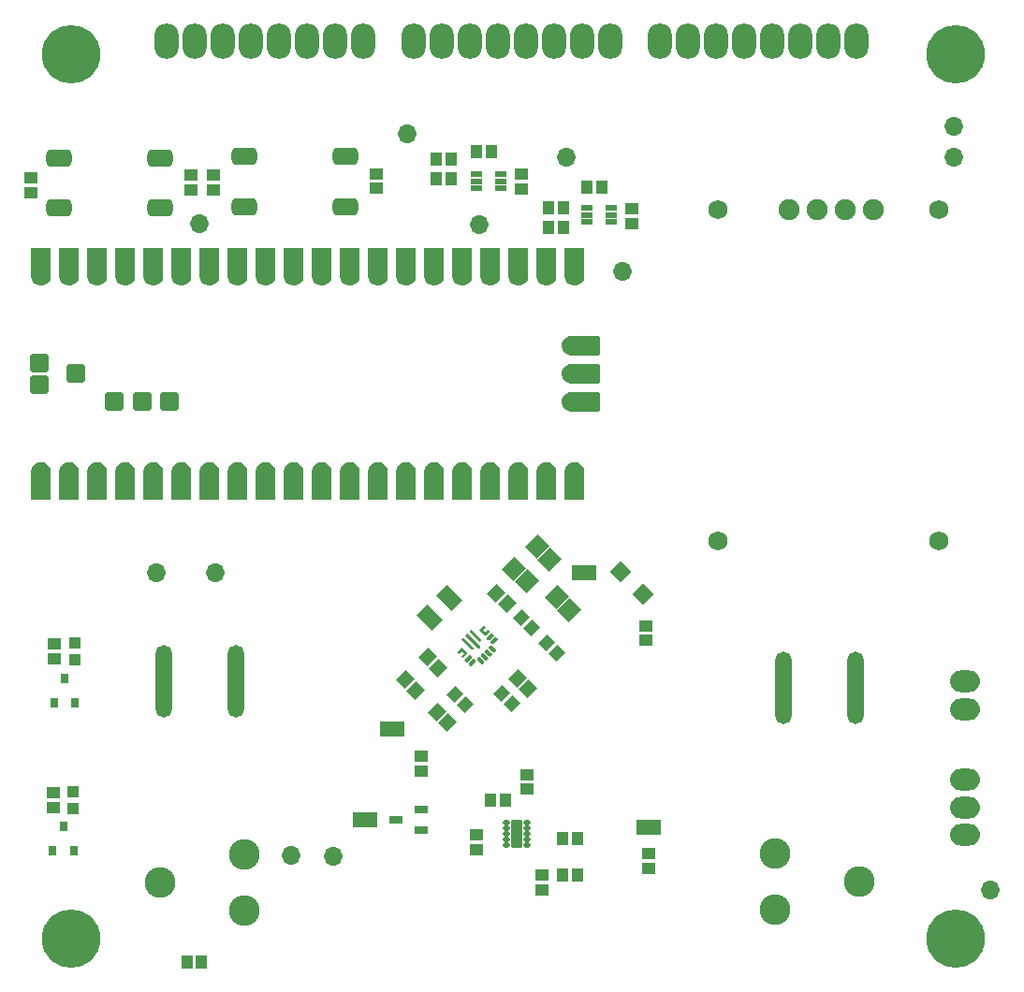
<source format=gts>
G04*
G04 #@! TF.GenerationSoftware,Altium Limited,Altium Designer,22.9.1 (49)*
G04*
G04 Layer_Color=8388736*
%FSLAX25Y25*%
%MOIN*%
G70*
G04*
G04 #@! TF.SameCoordinates,76B2CB67-AC7D-4B7C-BAB6-E888D97DABA5*
G04*
G04*
G04 #@! TF.FilePolarity,Negative*
G04*
G01*
G75*
%ADD22R,0.08661X0.05512*%
G04:AMPARAMS|DCode=44|XSize=16.93mil|YSize=26.77mil|CornerRadius=5.51mil|HoleSize=0mil|Usage=FLASHONLY|Rotation=270.000|XOffset=0mil|YOffset=0mil|HoleType=Round|Shape=RoundedRectangle|*
%AMROUNDEDRECTD44*
21,1,0.01693,0.01575,0,0,270.0*
21,1,0.00591,0.02677,0,0,270.0*
1,1,0.01102,-0.00787,-0.00295*
1,1,0.01102,-0.00787,0.00295*
1,1,0.01102,0.00787,0.00295*
1,1,0.01102,0.00787,-0.00295*
%
%ADD44ROUNDEDRECTD44*%
G04:AMPARAMS|DCode=45|XSize=41.07mil|YSize=102.49mil|CornerRadius=5.98mil|HoleSize=0mil|Usage=FLASHONLY|Rotation=180.000|XOffset=0mil|YOffset=0mil|HoleType=Round|Shape=RoundedRectangle|*
%AMROUNDEDRECTD45*
21,1,0.04107,0.09052,0,0,180.0*
21,1,0.02910,0.10249,0,0,180.0*
1,1,0.01197,-0.01455,0.04526*
1,1,0.01197,0.01455,0.04526*
1,1,0.01197,0.01455,-0.04526*
1,1,0.01197,-0.01455,-0.04526*
%
%ADD45ROUNDEDRECTD45*%
%ADD46R,0.04540X0.04147*%
%ADD47R,0.04147X0.04540*%
%ADD48R,0.04737X0.04343*%
G04:AMPARAMS|DCode=49|XSize=47.37mil|YSize=43.43mil|CornerRadius=0mil|HoleSize=0mil|Usage=FLASHONLY|Rotation=225.000|XOffset=0mil|YOffset=0mil|HoleType=Round|Shape=Rectangle|*
%AMROTATEDRECTD49*
4,1,4,0.00139,0.03210,0.03210,0.00139,-0.00139,-0.03210,-0.03210,-0.00139,0.00139,0.03210,0.0*
%
%ADD49ROTATEDRECTD49*%

%ADD50R,0.04934X0.03162*%
%ADD51R,0.04343X0.04737*%
G04:AMPARAMS|DCode=52|XSize=63.12mil|YSize=59.18mil|CornerRadius=0mil|HoleSize=0mil|Usage=FLASHONLY|Rotation=225.000|XOffset=0mil|YOffset=0mil|HoleType=Round|Shape=Rectangle|*
%AMROTATEDRECTD52*
4,1,4,0.00139,0.04324,0.04324,0.00139,-0.00139,-0.04324,-0.04324,-0.00139,0.00139,0.04324,0.0*
%
%ADD52ROTATEDRECTD52*%

G04:AMPARAMS|DCode=53|XSize=45.4mil|YSize=41.47mil|CornerRadius=0mil|HoleSize=0mil|Usage=FLASHONLY|Rotation=225.000|XOffset=0mil|YOffset=0mil|HoleType=Round|Shape=Rectangle|*
%AMROTATEDRECTD53*
4,1,4,0.00139,0.03071,0.03071,0.00139,-0.00139,-0.03071,-0.03071,-0.00139,0.00139,0.03071,0.0*
%
%ADD53ROTATEDRECTD53*%

G04:AMPARAMS|DCode=54|XSize=55.24mil|YSize=76.9mil|CornerRadius=0mil|HoleSize=0mil|Usage=FLASHONLY|Rotation=225.000|XOffset=0mil|YOffset=0mil|HoleType=Round|Shape=Rectangle|*
%AMROTATEDRECTD54*
4,1,4,-0.00766,0.04672,0.04672,-0.00766,0.00766,-0.04672,-0.04672,0.00766,-0.00766,0.04672,0.0*
%
%ADD54ROTATEDRECTD54*%

%ADD55P,0.07813X4X360.0*%
%ADD56P,0.07813X4X90.0*%
%ADD57R,0.10642X0.04737*%
%ADD58R,0.04737X0.10642*%
G04:AMPARAMS|DCode=59|XSize=106.42mil|YSize=47.37mil|CornerRadius=8.92mil|HoleSize=0mil|Usage=FLASHONLY|Rotation=90.000|XOffset=0mil|YOffset=0mil|HoleType=Round|Shape=RoundedRectangle|*
%AMROUNDEDRECTD59*
21,1,0.10642,0.02953,0,0,90.0*
21,1,0.08858,0.04737,0,0,90.0*
1,1,0.01784,0.01476,0.04429*
1,1,0.01784,0.01476,-0.04429*
1,1,0.01784,-0.01476,-0.04429*
1,1,0.01784,-0.01476,0.04429*
%
%ADD59ROUNDEDRECTD59*%
G04:AMPARAMS|DCode=60|XSize=67.06mil|YSize=67.06mil|CornerRadius=12.86mil|HoleSize=0mil|Usage=FLASHONLY|Rotation=90.000|XOffset=0mil|YOffset=0mil|HoleType=Round|Shape=RoundedRectangle|*
%AMROUNDEDRECTD60*
21,1,0.06706,0.04134,0,0,90.0*
21,1,0.04134,0.06706,0,0,90.0*
1,1,0.02572,0.02067,0.02067*
1,1,0.02572,0.02067,-0.02067*
1,1,0.02572,-0.02067,-0.02067*
1,1,0.02572,-0.02067,0.02067*
%
%ADD60ROUNDEDRECTD60*%
G04:AMPARAMS|DCode=61|XSize=63.12mil|YSize=90.68mil|CornerRadius=17.78mil|HoleSize=0mil|Usage=FLASHONLY|Rotation=90.000|XOffset=0mil|YOffset=0mil|HoleType=Round|Shape=RoundedRectangle|*
%AMROUNDEDRECTD61*
21,1,0.06312,0.05512,0,0,90.0*
21,1,0.02756,0.09068,0,0,90.0*
1,1,0.03556,0.02756,0.01378*
1,1,0.03556,0.02756,-0.01378*
1,1,0.03556,-0.02756,-0.01378*
1,1,0.03556,-0.02756,0.01378*
%
%ADD61ROUNDEDRECTD61*%
%ADD62R,0.03950X0.04737*%
%ADD63R,0.04147X0.02178*%
%ADD64R,0.03950X0.03950*%
%ADD65R,0.03162X0.03753*%
%ADD66C,0.07493*%
%ADD67C,0.06800*%
%ADD68O,0.06706X0.06706*%
%ADD69O,0.05721X0.25800*%
%ADD70C,0.20800*%
%ADD71C,0.10945*%
%ADD72O,0.06706X0.06706*%
%ADD73O,0.10642X0.07690*%
%ADD74O,0.08674X0.12611*%
%ADD75C,0.02769*%
G36*
X202222Y265753D02*
X202274Y265742D01*
X202324Y265726D01*
X202371Y265703D01*
X202414Y265673D01*
X202454Y265639D01*
X202488Y265599D01*
X202517Y265556D01*
X202541Y265509D01*
X202557Y265459D01*
X202568Y265408D01*
X202571Y265355D01*
Y255907D01*
X202571Y255906D01*
Y255492D01*
X202568Y255440D01*
X202557Y255388D01*
X202343Y254587D01*
X202326Y254537D01*
X202303Y254490D01*
X201888Y253772D01*
X201859Y253729D01*
X201824Y253689D01*
X201238Y253103D01*
X201199Y253068D01*
X201155Y253039D01*
X200437Y252624D01*
X200413Y252613D01*
X200390Y252601D01*
X200340Y252584D01*
X199539Y252370D01*
X199488Y252360D01*
X199435Y252356D01*
X198606D01*
X198554Y252360D01*
X198502Y252370D01*
X197701Y252584D01*
X197652Y252601D01*
X197605Y252624D01*
X196886Y253039D01*
X196843Y253068D01*
X196803Y253103D01*
X196217Y253689D01*
X196182Y253729D01*
X196153Y253772D01*
X195738Y254490D01*
X195727Y254514D01*
X195715Y254537D01*
X195698Y254587D01*
X195484Y255388D01*
X195474Y255440D01*
X195470Y255492D01*
Y255907D01*
X195470Y255907D01*
Y265355D01*
X195474Y265408D01*
X195484Y265459D01*
X195501Y265509D01*
X195524Y265556D01*
X195553Y265599D01*
X195588Y265639D01*
X195627Y265673D01*
X195671Y265703D01*
X195718Y265726D01*
X195767Y265742D01*
X195819Y265753D01*
X195871Y265756D01*
X202170Y265756D01*
X202222Y265753D01*
D02*
G37*
G36*
X192222Y265753D02*
X192274Y265743D01*
X192324Y265726D01*
X192371Y265703D01*
X192414Y265673D01*
X192454Y265639D01*
X192488Y265599D01*
X192517Y265556D01*
X192541Y265509D01*
X192557Y265459D01*
X192568Y265408D01*
X192571Y265355D01*
Y255907D01*
Y255492D01*
X192568Y255440D01*
X192557Y255388D01*
X192343Y254587D01*
X192326Y254537D01*
X192303Y254490D01*
X191888Y253772D01*
X191859Y253729D01*
X191824Y253689D01*
X191238Y253103D01*
X191199Y253068D01*
X191155Y253039D01*
X190437Y252624D01*
X190413Y252613D01*
X190390Y252601D01*
X190340Y252584D01*
X189539Y252370D01*
X189488Y252360D01*
X189435Y252356D01*
X188606D01*
X188554Y252360D01*
X188502Y252370D01*
X187701Y252584D01*
X187652Y252601D01*
X187604Y252624D01*
X186886Y253039D01*
X186843Y253068D01*
X186803Y253103D01*
X186217Y253689D01*
X186182Y253729D01*
X186153Y253772D01*
X185739Y254490D01*
X185727Y254514D01*
X185715Y254537D01*
X185698Y254587D01*
X185484Y255388D01*
X185474Y255440D01*
X185470Y255492D01*
D01*
Y255492D01*
X185470Y255907D01*
Y265355D01*
X185474Y265408D01*
X185484Y265459D01*
X185501Y265509D01*
X185524Y265556D01*
X185553Y265599D01*
X185588Y265639D01*
X185627Y265673D01*
X185671Y265703D01*
X185718Y265726D01*
X185767Y265743D01*
X185819Y265753D01*
X185871Y265756D01*
X192170D01*
X192222Y265753D01*
D02*
G37*
G36*
X162223Y265753D02*
X162274Y265742D01*
X162324Y265726D01*
X162371Y265703D01*
X162414Y265673D01*
X162454Y265639D01*
X162488Y265599D01*
X162517Y265556D01*
X162541Y265509D01*
X162557Y265459D01*
X162568Y265408D01*
X162571Y265355D01*
X162571Y255907D01*
X162571Y255907D01*
Y255492D01*
X162568Y255440D01*
X162557Y255388D01*
X162343Y254587D01*
X162326Y254537D01*
X162303Y254490D01*
X161888Y253772D01*
X161859Y253729D01*
X161824Y253689D01*
X161238Y253103D01*
X161198Y253068D01*
X161155Y253039D01*
X160437Y252624D01*
X160413Y252613D01*
X160390Y252601D01*
X160340Y252584D01*
X159539Y252370D01*
X159488Y252360D01*
X159435Y252356D01*
X158606D01*
X158554Y252360D01*
X158502Y252370D01*
X157701Y252584D01*
X157651Y252601D01*
X157605Y252624D01*
X156886Y253039D01*
X156843Y253068D01*
X156803Y253103D01*
X156217Y253689D01*
X156182Y253729D01*
X156153Y253772D01*
X155738Y254490D01*
X155727Y254514D01*
X155715Y254537D01*
X155698Y254587D01*
X155484Y255388D01*
X155474Y255440D01*
X155470Y255492D01*
D01*
Y255492D01*
X155470Y255907D01*
Y265355D01*
X155474Y265408D01*
X155484Y265459D01*
X155501Y265509D01*
X155524Y265556D01*
X155553Y265599D01*
X155588Y265639D01*
X155627Y265673D01*
X155671Y265703D01*
X155718Y265726D01*
X155767Y265742D01*
X155819Y265753D01*
X155871Y265756D01*
X162170Y265756D01*
X162223Y265753D01*
D02*
G37*
G36*
X142222Y265753D02*
X142274Y265743D01*
X142324Y265726D01*
X142371Y265703D01*
X142414Y265673D01*
X142454Y265639D01*
X142488Y265599D01*
X142517Y265556D01*
X142541Y265509D01*
X142557Y265459D01*
X142568Y265408D01*
X142571Y265355D01*
Y255907D01*
Y255492D01*
X142568Y255440D01*
X142557Y255388D01*
X142343Y254587D01*
X142326Y254537D01*
X142303Y254490D01*
X141888Y253772D01*
X141859Y253729D01*
X141824Y253689D01*
X141238Y253103D01*
X141199Y253068D01*
X141155Y253039D01*
X140437Y252624D01*
X140413Y252613D01*
X140390Y252601D01*
X140340Y252584D01*
X139539Y252370D01*
X139488Y252360D01*
X139435Y252356D01*
X138606D01*
X138554Y252360D01*
X138502Y252370D01*
X137701Y252584D01*
X137652Y252601D01*
X137604Y252624D01*
X136886Y253039D01*
X136843Y253068D01*
X136803Y253103D01*
X136217Y253689D01*
X136182Y253729D01*
X136153Y253772D01*
X135739Y254490D01*
X135727Y254514D01*
X135715Y254537D01*
X135698Y254587D01*
X135484Y255388D01*
X135474Y255440D01*
X135470Y255492D01*
Y255907D01*
X135470Y265355D01*
X135474Y265408D01*
X135484Y265459D01*
X135501Y265509D01*
X135524Y265556D01*
X135553Y265599D01*
X135588Y265639D01*
X135627Y265673D01*
X135671Y265703D01*
X135718Y265726D01*
X135767Y265742D01*
X135819Y265753D01*
X135871Y265756D01*
X142170Y265756D01*
X142222Y265753D01*
D02*
G37*
G36*
X122222D02*
X122274Y265743D01*
X122324Y265726D01*
X122371Y265703D01*
X122414Y265673D01*
X122454Y265639D01*
X122488Y265599D01*
X122517Y265556D01*
X122541Y265509D01*
X122557Y265459D01*
X122568Y265408D01*
X122571Y265355D01*
Y255907D01*
X122571Y255907D01*
Y255492D01*
X122568Y255440D01*
X122557Y255388D01*
X122343Y254587D01*
X122326Y254537D01*
X122303Y254490D01*
X121888Y253772D01*
X121859Y253729D01*
X121824Y253689D01*
X121238Y253103D01*
X121198Y253068D01*
X121155Y253039D01*
X120437Y252624D01*
X120413Y252613D01*
X120390Y252601D01*
X120340Y252584D01*
X119539Y252370D01*
X119488Y252360D01*
X119435Y252356D01*
X118606D01*
X118554Y252360D01*
X118502Y252370D01*
X117701Y252584D01*
X117651Y252601D01*
X117604Y252624D01*
X116886Y253039D01*
X116843Y253068D01*
X116803Y253103D01*
X116217Y253689D01*
X116182Y253729D01*
X116153Y253772D01*
X115738Y254490D01*
X115727Y254514D01*
X115715Y254537D01*
X115699Y254587D01*
X115484Y255388D01*
X115474Y255440D01*
X115470Y255492D01*
Y255907D01*
Y265355D01*
X115474Y265408D01*
X115484Y265459D01*
X115501Y265509D01*
X115524Y265556D01*
X115553Y265599D01*
X115588Y265639D01*
X115627Y265673D01*
X115671Y265703D01*
X115718Y265726D01*
X115767Y265743D01*
X115819Y265753D01*
X115871Y265756D01*
X122170D01*
X122222Y265753D01*
D02*
G37*
G36*
X112223Y265753D02*
X112274Y265742D01*
X112324Y265726D01*
X112371Y265703D01*
X112414Y265673D01*
X112454Y265639D01*
X112488Y265599D01*
X112517Y265556D01*
X112541Y265509D01*
X112557Y265459D01*
X112568Y265408D01*
X112571Y265355D01*
X112571Y255907D01*
Y255492D01*
X112568Y255440D01*
X112557Y255388D01*
X112343Y254587D01*
X112326Y254537D01*
X112303Y254490D01*
X111888Y253772D01*
X111859Y253729D01*
X111824Y253689D01*
X111238Y253103D01*
X111198Y253068D01*
X111155Y253039D01*
X110437Y252624D01*
X110413Y252613D01*
X110390Y252601D01*
X110340Y252584D01*
X109539Y252370D01*
X109488Y252360D01*
X109435Y252356D01*
X108606D01*
X108554Y252360D01*
X108502Y252370D01*
X107701Y252584D01*
X107651Y252601D01*
X107605Y252624D01*
X106886Y253039D01*
X106843Y253068D01*
X106803Y253103D01*
X106217Y253689D01*
X106182Y253729D01*
X106153Y253772D01*
X105738Y254490D01*
X105727Y254514D01*
X105715Y254537D01*
X105698Y254587D01*
X105484Y255388D01*
X105474Y255440D01*
X105470Y255492D01*
Y255907D01*
X105470Y255907D01*
Y265355D01*
X105474Y265408D01*
X105484Y265459D01*
X105501Y265509D01*
X105524Y265556D01*
X105553Y265599D01*
X105588Y265639D01*
X105627Y265673D01*
X105671Y265703D01*
X105718Y265726D01*
X105767Y265742D01*
X105819Y265753D01*
X105871Y265756D01*
X112170Y265756D01*
X112223Y265753D01*
D02*
G37*
G36*
X102223Y265753D02*
X102274Y265743D01*
X102324Y265726D01*
X102371Y265703D01*
X102414Y265673D01*
X102454Y265639D01*
X102488Y265599D01*
X102517Y265556D01*
X102541Y265509D01*
X102557Y265459D01*
X102568Y265408D01*
X102571Y265355D01*
X102571Y255907D01*
X102571Y255907D01*
Y255492D01*
X102568Y255440D01*
X102557Y255388D01*
X102343Y254587D01*
X102326Y254537D01*
X102303Y254490D01*
X101888Y253772D01*
X101859Y253729D01*
X101824Y253689D01*
X101238Y253103D01*
X101198Y253068D01*
X101155Y253039D01*
X100437Y252624D01*
X100413Y252613D01*
X100390Y252601D01*
X100340Y252584D01*
X99539Y252370D01*
X99488Y252360D01*
X99435Y252356D01*
X98606D01*
X98554Y252360D01*
X98502Y252370D01*
X97701Y252584D01*
X97651Y252601D01*
X97605Y252624D01*
X96886Y253039D01*
X96843Y253068D01*
X96803Y253103D01*
X96217Y253689D01*
X96182Y253729D01*
X96153Y253772D01*
X95739Y254490D01*
X95727Y254514D01*
X95715Y254537D01*
X95698Y254587D01*
X95484Y255388D01*
X95474Y255440D01*
X95470Y255492D01*
Y255907D01*
Y265355D01*
X95474Y265408D01*
X95484Y265459D01*
X95501Y265509D01*
X95524Y265556D01*
X95553Y265599D01*
X95588Y265639D01*
X95627Y265673D01*
X95671Y265703D01*
X95718Y265726D01*
X95767Y265743D01*
X95819Y265753D01*
X95871Y265756D01*
X102170D01*
X102223Y265753D01*
D02*
G37*
G36*
X92222D02*
X92274Y265743D01*
X92324Y265726D01*
X92371Y265703D01*
X92414Y265673D01*
X92454Y265639D01*
X92488Y265599D01*
X92517Y265556D01*
X92541Y265509D01*
X92557Y265459D01*
X92568Y265408D01*
X92571Y265355D01*
X92571Y255907D01*
D01*
Y255492D01*
X92568Y255440D01*
X92557Y255388D01*
X92343Y254587D01*
X92326Y254537D01*
X92303Y254490D01*
X91888Y253772D01*
X91859Y253729D01*
X91824Y253689D01*
X91238Y253103D01*
X91198Y253068D01*
X91155Y253039D01*
X90437Y252624D01*
X90413Y252613D01*
X90390Y252601D01*
X90340Y252584D01*
X89539Y252370D01*
X89488Y252360D01*
X89435Y252356D01*
X88606D01*
X88554Y252360D01*
X88502Y252370D01*
X87701Y252584D01*
X87651Y252601D01*
X87604Y252624D01*
X86886Y253039D01*
X86843Y253068D01*
X86803Y253103D01*
X86217Y253689D01*
X86182Y253729D01*
X86153Y253772D01*
X85738Y254490D01*
X85727Y254514D01*
X85715Y254537D01*
X85698Y254587D01*
X85484Y255388D01*
X85474Y255440D01*
X85470Y255492D01*
Y255907D01*
X85470Y255907D01*
Y265355D01*
X85474Y265408D01*
X85484Y265459D01*
X85501Y265509D01*
X85524Y265556D01*
X85553Y265599D01*
X85588Y265639D01*
X85627Y265673D01*
X85671Y265703D01*
X85718Y265726D01*
X85767Y265742D01*
X85819Y265753D01*
X85871Y265756D01*
X92170Y265756D01*
X92222Y265753D01*
D02*
G37*
G36*
X72170Y265756D02*
X72223Y265753D01*
X72274Y265742D01*
X72324Y265726D01*
X72371Y265703D01*
X72414Y265673D01*
X72454Y265639D01*
X72488Y265599D01*
X72517Y265556D01*
X72541Y265509D01*
X72557Y265459D01*
X72568Y265408D01*
X72571Y265355D01*
Y255907D01*
Y255492D01*
X72568Y255440D01*
X72557Y255388D01*
X72343Y254587D01*
X72326Y254537D01*
X72303Y254490D01*
X71888Y253772D01*
X71859Y253729D01*
X71824Y253689D01*
X71238Y253103D01*
X71198Y253068D01*
X71155Y253039D01*
X70437Y252624D01*
X70413Y252613D01*
X70390Y252601D01*
X70340Y252584D01*
X69539Y252370D01*
X69488Y252360D01*
X69435Y252356D01*
X68606D01*
X68554Y252360D01*
X68502Y252370D01*
X67701Y252584D01*
X67651Y252601D01*
X67605Y252624D01*
X66886Y253039D01*
X66843Y253068D01*
X66803Y253103D01*
X66217Y253689D01*
X66182Y253729D01*
X66153Y253772D01*
X65738Y254490D01*
X65727Y254514D01*
X65715Y254537D01*
X65698Y254587D01*
X65484Y255388D01*
X65474Y255440D01*
X65470Y255492D01*
D01*
Y255492D01*
X65470Y255907D01*
X65470Y265355D01*
X65474Y265408D01*
X65484Y265459D01*
X65501Y265509D01*
X65524Y265556D01*
X65553Y265599D01*
X65588Y265639D01*
X65627Y265673D01*
X65671Y265703D01*
X65718Y265726D01*
X65767Y265743D01*
X65819Y265753D01*
X65871Y265756D01*
X72170Y265756D01*
D02*
G37*
G36*
X52223Y265753D02*
X52274Y265743D01*
X52324Y265726D01*
X52371Y265703D01*
X52414Y265673D01*
X52454Y265639D01*
X52488Y265599D01*
X52517Y265556D01*
X52541Y265509D01*
X52557Y265459D01*
X52568Y265408D01*
X52571Y265355D01*
Y255907D01*
Y255492D01*
X52568Y255440D01*
X52557Y255388D01*
X52343Y254587D01*
X52326Y254537D01*
X52303Y254490D01*
X51888Y253772D01*
X51859Y253729D01*
X51824Y253689D01*
X51238Y253103D01*
X51199Y253068D01*
X51155Y253039D01*
X50437Y252624D01*
X50413Y252613D01*
X50390Y252601D01*
X50340Y252584D01*
X49539Y252370D01*
X49488Y252360D01*
X49435Y252356D01*
X48606D01*
X48554Y252360D01*
X48502Y252370D01*
X47701Y252584D01*
X47651Y252601D01*
X47605Y252624D01*
X46886Y253039D01*
X46843Y253068D01*
X46803Y253103D01*
X46217Y253689D01*
X46182Y253729D01*
X46153Y253772D01*
X45739Y254490D01*
X45727Y254514D01*
X45715Y254537D01*
X45698Y254587D01*
X45484Y255388D01*
X45474Y255440D01*
X45470Y255492D01*
Y255907D01*
X45470Y265355D01*
X45474Y265408D01*
X45484Y265459D01*
X45501Y265509D01*
X45524Y265556D01*
X45553Y265599D01*
X45588Y265639D01*
X45627Y265673D01*
X45671Y265703D01*
X45718Y265726D01*
X45767Y265742D01*
X45819Y265753D01*
X45871Y265756D01*
X52170Y265756D01*
X52223Y265753D01*
D02*
G37*
G36*
X32223D02*
X32274Y265743D01*
X32324Y265726D01*
X32371Y265703D01*
X32414Y265673D01*
X32454Y265639D01*
X32488Y265599D01*
X32517Y265556D01*
X32541Y265509D01*
X32557Y265459D01*
X32568Y265408D01*
X32571Y265355D01*
Y255907D01*
X32571Y255907D01*
Y255492D01*
X32568Y255440D01*
X32557Y255388D01*
X32343Y254587D01*
X32326Y254537D01*
X32303Y254490D01*
X31888Y253772D01*
X31859Y253729D01*
X31824Y253689D01*
X31238Y253103D01*
X31198Y253068D01*
X31155Y253039D01*
X30437Y252624D01*
X30413Y252613D01*
X30390Y252601D01*
X30340Y252584D01*
X29539Y252370D01*
X29488Y252360D01*
X29435Y252356D01*
X28606D01*
X28554Y252360D01*
X28502Y252370D01*
X27701Y252584D01*
X27652Y252601D01*
X27604Y252624D01*
X26886Y253039D01*
X26843Y253068D01*
X26803Y253103D01*
X26217Y253689D01*
X26182Y253729D01*
X26153Y253772D01*
X25738Y254490D01*
X25727Y254514D01*
X25715Y254537D01*
X25699Y254587D01*
X25484Y255388D01*
X25474Y255440D01*
X25470Y255492D01*
Y255907D01*
Y265355D01*
X25474Y265408D01*
X25484Y265459D01*
X25501Y265509D01*
X25524Y265556D01*
X25553Y265599D01*
X25588Y265639D01*
X25627Y265673D01*
X25671Y265703D01*
X25718Y265726D01*
X25767Y265743D01*
X25819Y265753D01*
X25871Y265756D01*
X32170D01*
X32223Y265753D01*
D02*
G37*
G36*
X22222Y265753D02*
X22274Y265742D01*
X22324Y265726D01*
X22371Y265703D01*
X22414Y265673D01*
X22454Y265639D01*
X22488Y265599D01*
X22517Y265556D01*
X22541Y265509D01*
X22557Y265459D01*
X22568Y265408D01*
X22571Y265355D01*
X22571Y255907D01*
Y255492D01*
X22568Y255440D01*
X22557Y255388D01*
X22343Y254587D01*
X22326Y254537D01*
X22303Y254490D01*
X21888Y253772D01*
X21859Y253729D01*
X21824Y253689D01*
X21238Y253103D01*
X21199Y253068D01*
X21155Y253039D01*
X20437Y252624D01*
X20413Y252613D01*
X20390Y252601D01*
X20340Y252584D01*
X19539Y252370D01*
X19488Y252360D01*
X19435Y252356D01*
X18606D01*
X18554Y252360D01*
X18502Y252370D01*
X17701Y252584D01*
X17651Y252601D01*
X17605Y252624D01*
X16886Y253039D01*
X16843Y253068D01*
X16803Y253103D01*
X16217Y253689D01*
X16182Y253729D01*
X16153Y253772D01*
X15739Y254490D01*
X15727Y254514D01*
X15715Y254537D01*
X15698Y254587D01*
X15484Y255388D01*
X15474Y255440D01*
X15470Y255492D01*
Y255907D01*
X15470Y255907D01*
Y265355D01*
X15474Y265408D01*
X15484Y265459D01*
X15501Y265509D01*
X15524Y265556D01*
X15553Y265599D01*
X15588Y265639D01*
X15627Y265673D01*
X15671Y265703D01*
X15718Y265726D01*
X15767Y265742D01*
X15819Y265753D01*
X15871Y265756D01*
X22170Y265756D01*
X22222Y265753D01*
D02*
G37*
G36*
X182222Y265753D02*
X182274Y265743D01*
X182324Y265726D01*
X182371Y265703D01*
X182414Y265673D01*
X182454Y265639D01*
X182488Y265599D01*
X182517Y265556D01*
X182541Y265509D01*
X182557Y265459D01*
X182568Y265408D01*
X182571Y265355D01*
X182571Y255907D01*
Y255492D01*
X182568Y255439D01*
X182557Y255388D01*
X182343Y254587D01*
X182326Y254537D01*
X182303Y254490D01*
X181888Y253772D01*
X181859Y253729D01*
X181824Y253689D01*
X181238Y253103D01*
X181199Y253068D01*
X181155Y253039D01*
X180437Y252624D01*
X180413Y252613D01*
X180390Y252601D01*
X180340Y252584D01*
X179539Y252370D01*
X179488Y252360D01*
X179435Y252356D01*
X178606D01*
X178554Y252360D01*
X178502Y252370D01*
X177701Y252584D01*
X177652Y252601D01*
X177604Y252624D01*
X176886Y253039D01*
X176843Y253068D01*
X176803Y253103D01*
X176217Y253689D01*
X176182Y253729D01*
X176153Y253772D01*
X175739Y254490D01*
X175727Y254514D01*
X175715Y254537D01*
X175698Y254587D01*
X175484Y255388D01*
X175474Y255440D01*
X175470Y255492D01*
Y255492D01*
D01*
X175470Y255907D01*
Y265355D01*
X175474Y265408D01*
X175484Y265459D01*
X175501Y265509D01*
X175524Y265556D01*
X175553Y265599D01*
X175588Y265639D01*
X175627Y265673D01*
X175671Y265703D01*
X175718Y265726D01*
X175767Y265742D01*
X175819Y265753D01*
X175871Y265756D01*
X182170Y265756D01*
X182222Y265753D01*
D02*
G37*
G36*
X172222D02*
X172274Y265743D01*
X172324Y265726D01*
X172371Y265703D01*
X172414Y265673D01*
X172454Y265639D01*
X172488Y265599D01*
X172517Y265556D01*
X172541Y265509D01*
X172557Y265459D01*
X172568Y265408D01*
X172571Y265355D01*
X172571Y255907D01*
X172571Y255906D01*
Y255492D01*
X172568Y255439D01*
X172557Y255388D01*
X172343Y254587D01*
X172326Y254537D01*
X172303Y254490D01*
X171888Y253772D01*
X171859Y253729D01*
X171824Y253689D01*
X171238Y253103D01*
X171198Y253068D01*
X171155Y253039D01*
X170437Y252624D01*
X170413Y252613D01*
X170390Y252601D01*
X170340Y252584D01*
X169539Y252370D01*
X169488Y252360D01*
X169435Y252356D01*
X168606D01*
X168554Y252360D01*
X168502Y252370D01*
X167701Y252584D01*
X167651Y252601D01*
X167604Y252624D01*
X166886Y253039D01*
X166843Y253068D01*
X166803Y253103D01*
X166217Y253689D01*
X166182Y253729D01*
X166153Y253772D01*
X165738Y254490D01*
X165727Y254514D01*
X165715Y254537D01*
X165698Y254587D01*
X165484Y255388D01*
X165474Y255440D01*
X165470Y255492D01*
Y255492D01*
D01*
X165470Y255907D01*
Y265355D01*
X165474Y265408D01*
X165484Y265459D01*
X165501Y265509D01*
X165524Y265556D01*
X165553Y265599D01*
X165588Y265639D01*
X165627Y265673D01*
X165671Y265703D01*
X165718Y265726D01*
X165767Y265743D01*
X165819Y265753D01*
X165871Y265756D01*
X172170D01*
X172222Y265753D01*
D02*
G37*
G36*
X132170Y265756D02*
X132222Y265753D01*
X132274Y265742D01*
X132324Y265726D01*
X132371Y265703D01*
X132414Y265673D01*
X132454Y265639D01*
X132488Y265599D01*
X132517Y265556D01*
X132541Y265509D01*
X132557Y265459D01*
X132568Y265408D01*
X132571Y265355D01*
Y255907D01*
Y255492D01*
X132568Y255439D01*
X132557Y255388D01*
X132343Y254587D01*
X132326Y254537D01*
X132303Y254490D01*
X131888Y253772D01*
X131859Y253729D01*
X131824Y253689D01*
X131238Y253103D01*
X131199Y253068D01*
X131155Y253039D01*
X130437Y252624D01*
X130413Y252613D01*
X130390Y252601D01*
X130340Y252584D01*
X129539Y252370D01*
X129488Y252360D01*
X129435Y252356D01*
X128606D01*
X128554Y252360D01*
X128502Y252370D01*
X127701Y252584D01*
X127652Y252601D01*
X127604Y252624D01*
X126886Y253039D01*
X126843Y253068D01*
X126803Y253103D01*
X126217Y253689D01*
X126182Y253729D01*
X126153Y253772D01*
X125739Y254490D01*
X125727Y254514D01*
X125715Y254537D01*
X125698Y254587D01*
X125484Y255388D01*
X125474Y255440D01*
X125470Y255492D01*
Y255907D01*
X125470Y255907D01*
X125470Y265355D01*
X125474Y265408D01*
X125484Y265459D01*
X125501Y265509D01*
X125524Y265556D01*
X125553Y265599D01*
X125588Y265639D01*
X125627Y265673D01*
X125671Y265703D01*
X125718Y265726D01*
X125767Y265742D01*
X125819Y265753D01*
X125871Y265756D01*
X132170Y265756D01*
D02*
G37*
G36*
X82170D02*
X82222Y265753D01*
X82274Y265742D01*
X82324Y265726D01*
X82371Y265703D01*
X82414Y265673D01*
X82454Y265639D01*
X82488Y265599D01*
X82517Y265556D01*
X82541Y265509D01*
X82557Y265459D01*
X82568Y265408D01*
X82571Y265355D01*
Y255907D01*
Y255492D01*
X82568Y255439D01*
X82557Y255388D01*
X82343Y254587D01*
X82326Y254537D01*
X82303Y254490D01*
X81888Y253772D01*
X81859Y253729D01*
X81824Y253689D01*
X81238Y253103D01*
X81199Y253068D01*
X81155Y253039D01*
X80437Y252624D01*
X80413Y252613D01*
X80390Y252601D01*
X80340Y252584D01*
X79539Y252370D01*
X79488Y252360D01*
X79435Y252356D01*
X78606D01*
X78554Y252360D01*
X78502Y252370D01*
X77701Y252584D01*
X77652Y252601D01*
X77605Y252624D01*
X76886Y253039D01*
X76843Y253068D01*
X76803Y253103D01*
X76217Y253689D01*
X76182Y253729D01*
X76153Y253772D01*
X75739Y254490D01*
X75727Y254514D01*
X75715Y254537D01*
X75698Y254587D01*
X75484Y255388D01*
X75474Y255440D01*
X75470Y255492D01*
Y255492D01*
D01*
X75470Y255907D01*
Y265355D01*
X75474Y265408D01*
X75484Y265459D01*
X75501Y265509D01*
X75524Y265556D01*
X75553Y265599D01*
X75588Y265639D01*
X75627Y265673D01*
X75671Y265703D01*
X75718Y265726D01*
X75767Y265743D01*
X75819Y265753D01*
X75871Y265756D01*
X82170Y265756D01*
D02*
G37*
G36*
X42170D02*
X42222Y265753D01*
X42274Y265742D01*
X42324Y265726D01*
X42371Y265703D01*
X42414Y265673D01*
X42454Y265639D01*
X42488Y265599D01*
X42517Y265556D01*
X42541Y265509D01*
X42557Y265459D01*
X42568Y265408D01*
X42571Y265355D01*
Y255907D01*
Y255492D01*
X42568Y255439D01*
X42557Y255388D01*
X42343Y254587D01*
X42326Y254537D01*
X42303Y254490D01*
X41888Y253772D01*
X41859Y253729D01*
X41824Y253689D01*
X41238Y253103D01*
X41199Y253068D01*
X41155Y253039D01*
X40437Y252624D01*
X40413Y252613D01*
X40390Y252601D01*
X40340Y252584D01*
X39539Y252370D01*
X39488Y252360D01*
X39435Y252356D01*
X38606D01*
X38554Y252360D01*
X38502Y252370D01*
X37701Y252584D01*
X37652Y252601D01*
X37604Y252624D01*
X36886Y253039D01*
X36843Y253068D01*
X36803Y253103D01*
X36217Y253689D01*
X36182Y253729D01*
X36153Y253772D01*
X35739Y254490D01*
X35727Y254514D01*
X35715Y254537D01*
X35698Y254587D01*
X35484Y255388D01*
X35474Y255440D01*
X35470Y255492D01*
Y255492D01*
D01*
X35470Y255907D01*
Y265355D01*
X35474Y265408D01*
X35484Y265459D01*
X35501Y265509D01*
X35524Y265556D01*
X35553Y265599D01*
X35588Y265639D01*
X35627Y265673D01*
X35671Y265703D01*
X35718Y265726D01*
X35767Y265742D01*
X35819Y265753D01*
X35871Y265756D01*
X42170Y265756D01*
D02*
G37*
G36*
X152170Y265756D02*
X152223Y265753D01*
X152274Y265742D01*
X152324Y265726D01*
X152371Y265703D01*
X152414Y265673D01*
X152454Y265639D01*
X152488Y265599D01*
X152517Y265556D01*
X152541Y265509D01*
X152557Y265459D01*
X152568Y265408D01*
X152571Y265355D01*
Y255907D01*
Y255492D01*
X152568Y255439D01*
X152557Y255388D01*
X152343Y254587D01*
X152326Y254537D01*
X152303Y254490D01*
X151888Y253772D01*
X151859Y253729D01*
X151824Y253689D01*
X151238Y253103D01*
X151198Y253068D01*
X151155Y253039D01*
X150437Y252624D01*
X150413Y252613D01*
X150390Y252601D01*
X150340Y252584D01*
X149539Y252370D01*
X149488Y252360D01*
X149435Y252356D01*
X148606D01*
X148554Y252360D01*
X148502Y252370D01*
X147701Y252584D01*
X147652Y252601D01*
X147605Y252624D01*
X146886Y253039D01*
X146843Y253068D01*
X146803Y253103D01*
X146217Y253689D01*
X146182Y253729D01*
X146153Y253772D01*
X145738Y254490D01*
X145727Y254514D01*
X145715Y254537D01*
X145698Y254587D01*
X145484Y255388D01*
X145474Y255439D01*
X145470Y255492D01*
Y255907D01*
X145470Y255907D01*
X145470Y265355D01*
X145474Y265408D01*
X145484Y265459D01*
X145501Y265509D01*
X145524Y265556D01*
X145553Y265599D01*
X145588Y265639D01*
X145627Y265673D01*
X145671Y265703D01*
X145718Y265726D01*
X145767Y265743D01*
X145819Y265753D01*
X145871Y265756D01*
X152170Y265756D01*
D02*
G37*
G36*
X62170D02*
X62222Y265753D01*
X62274Y265742D01*
X62324Y265726D01*
X62371Y265703D01*
X62414Y265673D01*
X62454Y265639D01*
X62488Y265599D01*
X62517Y265556D01*
X62541Y265509D01*
X62557Y265459D01*
X62568Y265408D01*
X62571Y265355D01*
Y255907D01*
Y255492D01*
X62568Y255439D01*
X62557Y255388D01*
X62343Y254587D01*
X62326Y254537D01*
X62303Y254490D01*
X61888Y253772D01*
X61859Y253729D01*
X61824Y253689D01*
X61238Y253103D01*
X61199Y253068D01*
X61155Y253039D01*
X60437Y252624D01*
X60413Y252613D01*
X60390Y252601D01*
X60340Y252584D01*
X59539Y252370D01*
X59488Y252360D01*
X59435Y252356D01*
X58606D01*
X58554Y252360D01*
X58502Y252370D01*
X57701Y252584D01*
X57652Y252601D01*
X57604Y252624D01*
X56886Y253039D01*
X56843Y253068D01*
X56803Y253103D01*
X56217Y253689D01*
X56182Y253729D01*
X56153Y253772D01*
X55739Y254490D01*
X55727Y254514D01*
X55715Y254537D01*
X55698Y254587D01*
X55484Y255388D01*
X55474Y255439D01*
X55470Y255492D01*
D01*
Y255492D01*
X55470Y255907D01*
Y265355D01*
X55474Y265408D01*
X55484Y265459D01*
X55501Y265509D01*
X55524Y265556D01*
X55553Y265599D01*
X55588Y265639D01*
X55627Y265673D01*
X55671Y265703D01*
X55718Y265726D01*
X55767Y265743D01*
X55819Y265753D01*
X55871Y265756D01*
X62170Y265756D01*
D02*
G37*
G36*
X12170D02*
X12223Y265753D01*
X12274Y265742D01*
X12324Y265726D01*
X12371Y265703D01*
X12414Y265673D01*
X12454Y265639D01*
X12488Y265599D01*
X12517Y265556D01*
X12541Y265509D01*
X12557Y265459D01*
X12568Y265408D01*
X12571Y265355D01*
Y255907D01*
Y255907D01*
Y255492D01*
X12568Y255439D01*
X12557Y255388D01*
X12343Y254587D01*
X12326Y254537D01*
X12303Y254490D01*
X11888Y253772D01*
X11859Y253729D01*
X11824Y253689D01*
X11238Y253103D01*
X11198Y253068D01*
X11155Y253039D01*
X10437Y252624D01*
X10413Y252613D01*
X10390Y252601D01*
X10340Y252584D01*
X9539Y252370D01*
X9488Y252360D01*
X9435Y252356D01*
X8606D01*
X8554Y252360D01*
X8502Y252370D01*
X7701Y252584D01*
X7651Y252601D01*
X7604Y252624D01*
X6886Y253039D01*
X6843Y253068D01*
X6803Y253103D01*
X6217Y253689D01*
X6182Y253729D01*
X6153Y253772D01*
X5739Y254490D01*
X5727Y254514D01*
X5715Y254537D01*
X5698Y254587D01*
X5484Y255388D01*
X5474Y255439D01*
X5470Y255492D01*
Y255907D01*
X5470Y255907D01*
Y265355D01*
X5474Y265408D01*
X5484Y265459D01*
X5501Y265509D01*
X5524Y265556D01*
X5553Y265599D01*
X5588Y265639D01*
X5627Y265673D01*
X5671Y265703D01*
X5718Y265726D01*
X5767Y265743D01*
X5819Y265753D01*
X5871Y265756D01*
X12170Y265756D01*
D02*
G37*
G36*
X207616Y234446D02*
X207668Y234435D01*
X207717Y234419D01*
X207764Y234395D01*
X207808Y234366D01*
X207847Y234332D01*
X207882Y234292D01*
X207911Y234249D01*
X207934Y234202D01*
X207951Y234152D01*
X207961Y234101D01*
X207965Y234048D01*
X207965Y227749D01*
X207961Y227697D01*
X207951Y227645D01*
X207934Y227596D01*
X207911Y227549D01*
X207882Y227505D01*
X207847Y227466D01*
X207808Y227431D01*
X207764Y227402D01*
X207717Y227379D01*
X207668Y227362D01*
X207616Y227352D01*
X207564Y227348D01*
X198115Y227348D01*
X197700D01*
X197648Y227352D01*
X197597Y227362D01*
X196796Y227576D01*
X196746Y227593D01*
X196722Y227605D01*
X196699Y227617D01*
X195981Y228031D01*
X195937Y228060D01*
X195898Y228095D01*
X195311Y228681D01*
X195277Y228721D01*
X195248Y228764D01*
X194833Y229483D01*
X194810Y229530D01*
X194793Y229579D01*
X194578Y230380D01*
X194568Y230432D01*
X194565Y230484D01*
Y231313D01*
X194568Y231366D01*
X194578Y231417D01*
X194793Y232218D01*
X194810Y232268D01*
X194821Y232291D01*
X194833Y232315D01*
X195248Y233033D01*
X195277Y233077D01*
X195311Y233116D01*
X195898Y233702D01*
X195937Y233737D01*
X195981Y233766D01*
X196699Y234181D01*
X196746Y234204D01*
X196796Y234221D01*
X197597Y234435D01*
X197648Y234446D01*
X197700Y234449D01*
X207564D01*
X207616Y234446D01*
D02*
G37*
G36*
X207616Y224446D02*
X207668Y224435D01*
X207717Y224419D01*
X207764Y224395D01*
X207808Y224366D01*
X207847Y224332D01*
X207882Y224292D01*
X207911Y224249D01*
X207934Y224202D01*
X207951Y224152D01*
X207961Y224101D01*
X207965Y224048D01*
Y217749D01*
X207961Y217697D01*
X207951Y217645D01*
X207934Y217596D01*
X207911Y217549D01*
X207882Y217505D01*
X207847Y217466D01*
X207808Y217431D01*
X207764Y217402D01*
X207717Y217379D01*
X207668Y217362D01*
X207616Y217352D01*
X207564Y217348D01*
X198115D01*
X197701Y217348D01*
X197700D01*
D01*
X197648Y217352D01*
X197597Y217362D01*
X196796Y217577D01*
X196746Y217593D01*
X196722Y217605D01*
X196699Y217617D01*
X195981Y218031D01*
X195937Y218060D01*
X195898Y218095D01*
X195311Y218681D01*
X195277Y218721D01*
X195248Y218764D01*
X194833Y219482D01*
X194810Y219530D01*
X194793Y219579D01*
X194578Y220380D01*
X194568Y220432D01*
X194565Y220484D01*
Y221313D01*
X194568Y221366D01*
X194578Y221417D01*
X194793Y222218D01*
X194810Y222268D01*
X194821Y222291D01*
X194833Y222315D01*
X195248Y223033D01*
X195277Y223077D01*
X195311Y223116D01*
X195898Y223702D01*
X195937Y223737D01*
X195981Y223766D01*
X196699Y224181D01*
X196746Y224204D01*
X196796Y224221D01*
X197597Y224435D01*
X197648Y224446D01*
X197700Y224449D01*
X207564D01*
X207616Y224446D01*
D02*
G37*
G36*
Y214446D02*
X207668Y214435D01*
X207717Y214419D01*
X207764Y214395D01*
X207808Y214366D01*
X207847Y214332D01*
X207882Y214292D01*
X207911Y214249D01*
X207934Y214202D01*
X207951Y214152D01*
X207961Y214101D01*
X207965Y214048D01*
X207965Y207749D01*
X207961Y207697D01*
X207951Y207645D01*
X207934Y207596D01*
X207911Y207549D01*
X207882Y207505D01*
X207847Y207466D01*
X207808Y207431D01*
X207764Y207402D01*
X207717Y207379D01*
X207668Y207362D01*
X207616Y207352D01*
X207564Y207348D01*
X197700D01*
X197648Y207352D01*
X197597Y207362D01*
X196796Y207576D01*
X196746Y207593D01*
X196722Y207605D01*
X196699Y207616D01*
X195981Y208031D01*
X195937Y208060D01*
X195898Y208095D01*
X195311Y208681D01*
X195277Y208721D01*
X195248Y208764D01*
X194833Y209483D01*
X194810Y209529D01*
X194793Y209579D01*
X194578Y210380D01*
X194568Y210432D01*
X194565Y210484D01*
Y211313D01*
X194568Y211366D01*
X194578Y211417D01*
X194793Y212218D01*
X194810Y212268D01*
X194821Y212291D01*
X194833Y212315D01*
X195248Y213033D01*
X195277Y213076D01*
X195311Y213116D01*
X195898Y213702D01*
X195937Y213737D01*
X195981Y213766D01*
X196699Y214181D01*
X196746Y214204D01*
X196796Y214221D01*
X197597Y214435D01*
X197648Y214446D01*
X197700Y214449D01*
X198115D01*
X207564Y214449D01*
X207616Y214446D01*
D02*
G37*
G36*
X199488Y189438D02*
X199539Y189428D01*
X200340Y189213D01*
X200390Y189196D01*
X200437Y189173D01*
X201155Y188758D01*
X201199Y188729D01*
X201238Y188695D01*
X201824Y188108D01*
X201859Y188069D01*
X201888Y188025D01*
X202303Y187307D01*
X202326Y187260D01*
X202343Y187210D01*
X202557Y186409D01*
X202568Y186358D01*
X202571Y186305D01*
Y185891D01*
X202571Y185891D01*
Y176442D01*
X202568Y176390D01*
X202557Y176338D01*
X202541Y176289D01*
X202517Y176242D01*
X202488Y176198D01*
X202454Y176158D01*
X202414Y176124D01*
X202371Y176095D01*
X202324Y176072D01*
X202274Y176055D01*
X202222Y176044D01*
X202170Y176041D01*
X195871Y176041D01*
X195819Y176044D01*
X195767Y176055D01*
X195718Y176072D01*
X195671Y176095D01*
X195627Y176124D01*
X195588Y176158D01*
X195553Y176198D01*
X195524Y176242D01*
X195501Y176289D01*
X195484Y176338D01*
X195474Y176390D01*
X195470Y176442D01*
Y185890D01*
X195470Y185891D01*
Y186305D01*
X195474Y186358D01*
X195484Y186409D01*
X195698Y187210D01*
X195715Y187260D01*
X195727Y187283D01*
X195738Y187307D01*
X196153Y188025D01*
X196182Y188069D01*
X196217Y188108D01*
X196803Y188695D01*
X196843Y188729D01*
X196886Y188758D01*
X197605Y189173D01*
X197652Y189196D01*
X197701Y189213D01*
X198502Y189428D01*
X198554Y189438D01*
X198606Y189441D01*
X199435D01*
X199488Y189438D01*
D02*
G37*
G36*
X189488Y189438D02*
X189539Y189428D01*
X190340Y189213D01*
X190390Y189196D01*
X190437Y189173D01*
X191155Y188758D01*
X191199Y188729D01*
X191238Y188695D01*
X191824Y188108D01*
X191859Y188069D01*
X191888Y188025D01*
X192303Y187307D01*
X192326Y187260D01*
X192343Y187210D01*
X192557Y186409D01*
X192568Y186358D01*
X192571Y186305D01*
Y185891D01*
Y176442D01*
X192568Y176390D01*
X192557Y176338D01*
X192541Y176289D01*
X192517Y176242D01*
X192488Y176198D01*
X192454Y176158D01*
X192414Y176124D01*
X192371Y176095D01*
X192324Y176072D01*
X192274Y176055D01*
X192222Y176044D01*
X192170Y176041D01*
X185871D01*
X185819Y176044D01*
X185767Y176055D01*
X185718Y176072D01*
X185671Y176095D01*
X185627Y176124D01*
X185588Y176158D01*
X185553Y176198D01*
X185524Y176242D01*
X185501Y176289D01*
X185484Y176338D01*
X185474Y176390D01*
X185470Y176442D01*
Y185891D01*
X185470Y186305D01*
D01*
Y186305D01*
X185474Y186358D01*
X185484Y186409D01*
X185698Y187210D01*
X185715Y187260D01*
X185727Y187283D01*
X185739Y187307D01*
X186153Y188025D01*
X186182Y188069D01*
X186217Y188108D01*
X186803Y188695D01*
X186843Y188729D01*
X186886Y188758D01*
X187604Y189173D01*
X187652Y189196D01*
X187701Y189213D01*
X188502Y189428D01*
X188554Y189438D01*
X188606Y189441D01*
X189435D01*
X189488Y189438D01*
D02*
G37*
G36*
X179488Y189438D02*
X179539Y189428D01*
X180340Y189213D01*
X180390Y189196D01*
X180437Y189173D01*
X181155Y188758D01*
X181199Y188729D01*
X181238Y188695D01*
X181824Y188108D01*
X181859Y188069D01*
X181888Y188025D01*
X182303Y187307D01*
X182326Y187260D01*
X182343Y187210D01*
X182557Y186409D01*
X182568Y186358D01*
X182571Y186305D01*
Y185891D01*
X182571Y176442D01*
X182568Y176390D01*
X182557Y176338D01*
X182541Y176289D01*
X182517Y176242D01*
X182488Y176198D01*
X182454Y176158D01*
X182414Y176124D01*
X182371Y176095D01*
X182324Y176072D01*
X182274Y176055D01*
X182222Y176044D01*
X182170Y176041D01*
X175871D01*
X175819Y176044D01*
X175767Y176055D01*
X175718Y176072D01*
X175671Y176095D01*
X175627Y176124D01*
X175588Y176158D01*
X175553Y176198D01*
X175524Y176242D01*
X175501Y176289D01*
X175484Y176338D01*
X175474Y176390D01*
X175470Y176442D01*
Y185891D01*
X175470Y186305D01*
Y186305D01*
D01*
X175474Y186358D01*
X175484Y186409D01*
X175698Y187210D01*
X175715Y187260D01*
X175727Y187283D01*
X175739Y187307D01*
X176153Y188025D01*
X176182Y188069D01*
X176217Y188108D01*
X176803Y188695D01*
X176843Y188729D01*
X176886Y188758D01*
X177604Y189173D01*
X177652Y189196D01*
X177701Y189213D01*
X178502Y189428D01*
X178554Y189438D01*
X178606Y189441D01*
X179435D01*
X179488Y189438D01*
D02*
G37*
G36*
X159488Y189438D02*
X159539Y189428D01*
X160340Y189213D01*
X160390Y189196D01*
X160437Y189173D01*
X161155Y188758D01*
X161198Y188729D01*
X161238Y188695D01*
X161824Y188108D01*
X161859Y188069D01*
X161888Y188025D01*
X162303Y187307D01*
X162326Y187260D01*
X162343Y187210D01*
X162557Y186409D01*
X162568Y186358D01*
X162571Y186305D01*
Y185891D01*
X162571Y185891D01*
X162571Y176442D01*
X162568Y176390D01*
X162557Y176338D01*
X162541Y176289D01*
X162517Y176242D01*
X162488Y176198D01*
X162454Y176158D01*
X162414Y176124D01*
X162371Y176095D01*
X162324Y176072D01*
X162274Y176055D01*
X162223Y176044D01*
X162170Y176041D01*
X155871Y176041D01*
X155819Y176044D01*
X155767Y176055D01*
X155718Y176072D01*
X155671Y176095D01*
X155627Y176124D01*
X155588Y176158D01*
X155553Y176198D01*
X155524Y176242D01*
X155501Y176289D01*
X155484Y176338D01*
X155474Y176390D01*
X155470Y176442D01*
Y185891D01*
X155470Y186305D01*
D01*
Y186305D01*
X155474Y186358D01*
X155484Y186409D01*
X155698Y187210D01*
X155715Y187260D01*
X155727Y187283D01*
X155738Y187307D01*
X156153Y188025D01*
X156182Y188069D01*
X156217Y188108D01*
X156803Y188695D01*
X156843Y188729D01*
X156886Y188758D01*
X157605Y189173D01*
X157651Y189196D01*
X157701Y189213D01*
X158502Y189428D01*
X158554Y189438D01*
X158606Y189441D01*
X159435D01*
X159488Y189438D01*
D02*
G37*
G36*
X129488Y189438D02*
X129539Y189428D01*
X130340Y189213D01*
X130390Y189196D01*
X130437Y189173D01*
X131155Y188758D01*
X131199Y188729D01*
X131238Y188695D01*
X131824Y188108D01*
X131859Y188069D01*
X131888Y188025D01*
X132303Y187307D01*
X132326Y187260D01*
X132343Y187210D01*
X132557Y186409D01*
X132568Y186358D01*
X132571Y186305D01*
Y185891D01*
Y176442D01*
X132568Y176390D01*
X132557Y176338D01*
X132541Y176289D01*
X132517Y176242D01*
X132488Y176198D01*
X132454Y176158D01*
X132414Y176124D01*
X132371Y176095D01*
X132324Y176072D01*
X132274Y176055D01*
X132222Y176044D01*
X132170Y176041D01*
X125871Y176041D01*
X125819Y176044D01*
X125767Y176055D01*
X125718Y176072D01*
X125671Y176095D01*
X125627Y176124D01*
X125588Y176158D01*
X125553Y176198D01*
X125524Y176242D01*
X125501Y176289D01*
X125484Y176338D01*
X125474Y176390D01*
X125470Y176442D01*
Y185891D01*
X125470Y186305D01*
Y186305D01*
D01*
X125474Y186358D01*
X125484Y186409D01*
X125698Y187210D01*
X125715Y187260D01*
X125727Y187283D01*
X125739Y187307D01*
X126153Y188025D01*
X126182Y188069D01*
X126217Y188108D01*
X126803Y188695D01*
X126843Y188729D01*
X126886Y188758D01*
X127604Y189173D01*
X127652Y189196D01*
X127701Y189213D01*
X128502Y189428D01*
X128554Y189438D01*
X128606Y189441D01*
X129435D01*
X129488Y189438D01*
D02*
G37*
G36*
X109488Y189438D02*
X109539Y189428D01*
X110340Y189213D01*
X110390Y189196D01*
X110437Y189173D01*
X111155Y188758D01*
X111198Y188729D01*
X111238Y188695D01*
X111824Y188108D01*
X111859Y188069D01*
X111888Y188025D01*
X112303Y187307D01*
X112326Y187260D01*
X112343Y187210D01*
X112557Y186409D01*
X112568Y186358D01*
X112571Y186305D01*
Y185891D01*
X112571Y176442D01*
X112568Y176390D01*
X112557Y176338D01*
X112541Y176289D01*
X112517Y176242D01*
X112488Y176198D01*
X112454Y176158D01*
X112414Y176124D01*
X112371Y176095D01*
X112324Y176072D01*
X112274Y176055D01*
X112223Y176044D01*
X112170Y176041D01*
X105871Y176041D01*
X105819Y176044D01*
X105767Y176055D01*
X105718Y176072D01*
X105671Y176095D01*
X105627Y176124D01*
X105588Y176158D01*
X105553Y176198D01*
X105524Y176242D01*
X105501Y176289D01*
X105484Y176338D01*
X105474Y176390D01*
X105470Y176442D01*
Y185890D01*
X105470Y185891D01*
Y186305D01*
X105474Y186358D01*
X105484Y186409D01*
X105698Y187210D01*
X105715Y187260D01*
X105727Y187283D01*
X105738Y187307D01*
X106153Y188025D01*
X106182Y188069D01*
X106217Y188108D01*
X106803Y188695D01*
X106843Y188729D01*
X106886Y188758D01*
X107605Y189173D01*
X107651Y189196D01*
X107701Y189213D01*
X108502Y189428D01*
X108554Y189438D01*
X108606Y189441D01*
X109435D01*
X109488Y189438D01*
D02*
G37*
G36*
X99488D02*
X99539Y189428D01*
X100340Y189213D01*
X100390Y189196D01*
X100437Y189173D01*
X101155Y188758D01*
X101198Y188729D01*
X101238Y188695D01*
X101824Y188108D01*
X101859Y188069D01*
X101888Y188025D01*
X102303Y187307D01*
X102326Y187260D01*
X102343Y187210D01*
X102557Y186409D01*
X102568Y186358D01*
X102571Y186305D01*
Y185891D01*
X102571Y185891D01*
Y176442D01*
X102568Y176390D01*
X102557Y176338D01*
X102541Y176289D01*
X102517Y176242D01*
X102488Y176198D01*
X102454Y176158D01*
X102414Y176124D01*
X102371Y176095D01*
X102324Y176072D01*
X102274Y176055D01*
X102223Y176044D01*
X102170Y176041D01*
X95871D01*
X95819Y176044D01*
X95767Y176055D01*
X95718Y176072D01*
X95671Y176095D01*
X95627Y176124D01*
X95588Y176158D01*
X95553Y176198D01*
X95524Y176242D01*
X95501Y176289D01*
X95484Y176338D01*
X95474Y176390D01*
X95470Y176442D01*
Y185891D01*
Y186305D01*
X95474Y186358D01*
X95484Y186409D01*
X95698Y187210D01*
X95715Y187260D01*
X95727Y187283D01*
X95739Y187307D01*
X96153Y188025D01*
X96182Y188069D01*
X96217Y188108D01*
X96803Y188695D01*
X96843Y188729D01*
X96886Y188758D01*
X97605Y189173D01*
X97651Y189196D01*
X97701Y189213D01*
X98502Y189428D01*
X98554Y189438D01*
X98606Y189441D01*
X99435D01*
X99488Y189438D01*
D02*
G37*
G36*
X89488Y189438D02*
X89539Y189428D01*
X90340Y189213D01*
X90390Y189196D01*
X90437Y189173D01*
X91155Y188758D01*
X91198Y188729D01*
X91238Y188695D01*
X91824Y188108D01*
X91859Y188069D01*
X91888Y188025D01*
X92303Y187307D01*
X92326Y187260D01*
X92343Y187210D01*
X92557Y186409D01*
X92568Y186358D01*
X92571Y186305D01*
Y185891D01*
X92571Y176442D01*
X92568Y176390D01*
X92557Y176338D01*
X92541Y176289D01*
X92517Y176242D01*
X92488Y176198D01*
X92454Y176158D01*
X92414Y176124D01*
X92371Y176095D01*
X92324Y176072D01*
X92274Y176055D01*
X92222Y176044D01*
X92170Y176041D01*
X85871D01*
X85819Y176044D01*
X85767Y176055D01*
X85718Y176072D01*
X85671Y176095D01*
X85627Y176124D01*
X85588Y176158D01*
X85553Y176198D01*
X85524Y176242D01*
X85501Y176289D01*
X85484Y176338D01*
X85474Y176390D01*
X85470Y176442D01*
Y185891D01*
X85470Y186305D01*
Y186305D01*
D01*
X85474Y186358D01*
X85484Y186409D01*
X85698Y187210D01*
X85715Y187260D01*
X85727Y187283D01*
X85738Y187307D01*
X86153Y188025D01*
X86182Y188069D01*
X86217Y188108D01*
X86803Y188695D01*
X86843Y188729D01*
X86886Y188758D01*
X87604Y189173D01*
X87651Y189196D01*
X87701Y189213D01*
X88502Y189428D01*
X88554Y189438D01*
X88606Y189441D01*
X89435D01*
X89488Y189438D01*
D02*
G37*
G36*
X79488D02*
X79539Y189428D01*
X80340Y189213D01*
X80390Y189196D01*
X80437Y189173D01*
X81155Y188758D01*
X81199Y188729D01*
X81238Y188695D01*
X81824Y188108D01*
X81859Y188069D01*
X81888Y188025D01*
X82303Y187307D01*
X82326Y187260D01*
X82343Y187210D01*
X82557Y186409D01*
X82568Y186358D01*
X82571Y186305D01*
Y185891D01*
Y176442D01*
X82568Y176390D01*
X82557Y176338D01*
X82541Y176289D01*
X82517Y176242D01*
X82488Y176198D01*
X82454Y176158D01*
X82414Y176124D01*
X82371Y176095D01*
X82324Y176072D01*
X82274Y176055D01*
X82222Y176044D01*
X82170Y176041D01*
X75871Y176041D01*
X75819Y176044D01*
X75767Y176055D01*
X75718Y176072D01*
X75671Y176095D01*
X75627Y176124D01*
X75588Y176158D01*
X75553Y176198D01*
X75524Y176242D01*
X75501Y176289D01*
X75484Y176338D01*
X75474Y176390D01*
X75470Y176442D01*
Y185891D01*
X75470Y186305D01*
Y186305D01*
D01*
X75474Y186358D01*
X75484Y186409D01*
X75698Y187210D01*
X75715Y187260D01*
X75727Y187283D01*
X75739Y187307D01*
X76153Y188025D01*
X76182Y188069D01*
X76217Y188108D01*
X76803Y188695D01*
X76843Y188729D01*
X76886Y188758D01*
X77605Y189173D01*
X77652Y189196D01*
X77701Y189213D01*
X78502Y189428D01*
X78554Y189438D01*
X78606Y189441D01*
X79435D01*
X79488Y189438D01*
D02*
G37*
G36*
X69488Y189438D02*
X69539Y189428D01*
X70340Y189213D01*
X70390Y189196D01*
X70437Y189173D01*
X71155Y188758D01*
X71198Y188729D01*
X71238Y188695D01*
X71824Y188108D01*
X71859Y188069D01*
X71888Y188025D01*
X72303Y187307D01*
X72326Y187260D01*
X72343Y187210D01*
X72557Y186409D01*
X72568Y186358D01*
X72571Y186305D01*
Y185891D01*
Y176442D01*
X72568Y176390D01*
X72557Y176338D01*
X72541Y176289D01*
X72517Y176242D01*
X72488Y176198D01*
X72454Y176158D01*
X72414Y176124D01*
X72371Y176095D01*
X72324Y176072D01*
X72274Y176055D01*
X72223Y176044D01*
X72170Y176041D01*
X65871D01*
X65819Y176044D01*
X65767Y176055D01*
X65718Y176072D01*
X65671Y176095D01*
X65627Y176124D01*
X65588Y176158D01*
X65553Y176198D01*
X65524Y176242D01*
X65501Y176289D01*
X65484Y176338D01*
X65474Y176390D01*
X65470Y176442D01*
X65470Y185891D01*
X65470Y186305D01*
D01*
Y186305D01*
X65474Y186358D01*
X65484Y186409D01*
X65698Y187210D01*
X65715Y187260D01*
X65727Y187283D01*
X65738Y187307D01*
X66153Y188025D01*
X66182Y188069D01*
X66217Y188108D01*
X66803Y188695D01*
X66843Y188729D01*
X66886Y188758D01*
X67605Y189173D01*
X67651Y189196D01*
X67701Y189213D01*
X68502Y189428D01*
X68554Y189438D01*
X68606Y189441D01*
X69435D01*
X69488Y189438D01*
D02*
G37*
G36*
X59488Y189438D02*
X59539Y189428D01*
X60340Y189213D01*
X60390Y189196D01*
X60437Y189173D01*
X61155Y188758D01*
X61199Y188729D01*
X61238Y188695D01*
X61824Y188108D01*
X61859Y188069D01*
X61888Y188025D01*
X62303Y187307D01*
X62326Y187260D01*
X62343Y187210D01*
X62557Y186409D01*
X62568Y186358D01*
X62571Y186305D01*
Y185891D01*
Y176442D01*
X62568Y176390D01*
X62557Y176338D01*
X62541Y176289D01*
X62517Y176242D01*
X62488Y176198D01*
X62454Y176158D01*
X62414Y176124D01*
X62371Y176095D01*
X62324Y176072D01*
X62274Y176055D01*
X62222Y176044D01*
X62170Y176041D01*
X55871Y176041D01*
X55819Y176044D01*
X55767Y176055D01*
X55718Y176072D01*
X55671Y176095D01*
X55627Y176124D01*
X55588Y176158D01*
X55553Y176198D01*
X55524Y176242D01*
X55501Y176289D01*
X55484Y176338D01*
X55474Y176390D01*
X55470Y176442D01*
Y185891D01*
X55470Y186305D01*
D01*
Y186305D01*
X55474Y186358D01*
X55484Y186409D01*
X55698Y187210D01*
X55715Y187260D01*
X55727Y187283D01*
X55739Y187307D01*
X56153Y188025D01*
X56182Y188069D01*
X56217Y188108D01*
X56803Y188695D01*
X56843Y188729D01*
X56886Y188758D01*
X57604Y189173D01*
X57652Y189196D01*
X57701Y189213D01*
X58502Y189428D01*
X58554Y189438D01*
X58606Y189441D01*
X59435D01*
X59488Y189438D01*
D02*
G37*
G36*
X49488Y189438D02*
X49539Y189428D01*
X50340Y189213D01*
X50390Y189196D01*
X50437Y189173D01*
X51155Y188758D01*
X51199Y188729D01*
X51238Y188695D01*
X51824Y188108D01*
X51859Y188069D01*
X51888Y188025D01*
X52303Y187307D01*
X52326Y187260D01*
X52343Y187210D01*
X52557Y186409D01*
X52568Y186358D01*
X52571Y186305D01*
Y185891D01*
Y176442D01*
X52568Y176390D01*
X52557Y176338D01*
X52541Y176289D01*
X52517Y176242D01*
X52488Y176198D01*
X52454Y176158D01*
X52414Y176124D01*
X52371Y176095D01*
X52324Y176072D01*
X52274Y176055D01*
X52223Y176044D01*
X52170Y176041D01*
X45871D01*
X45819Y176044D01*
X45767Y176055D01*
X45718Y176072D01*
X45671Y176095D01*
X45627Y176124D01*
X45588Y176158D01*
X45553Y176198D01*
X45524Y176242D01*
X45501Y176289D01*
X45484Y176338D01*
X45474Y176390D01*
X45470Y176442D01*
X45470Y185891D01*
Y186305D01*
X45474Y186358D01*
X45484Y186409D01*
X45698Y187210D01*
X45715Y187260D01*
X45727Y187283D01*
X45739Y187307D01*
X46153Y188025D01*
X46182Y188069D01*
X46217Y188108D01*
X46803Y188695D01*
X46843Y188729D01*
X46886Y188758D01*
X47605Y189173D01*
X47651Y189196D01*
X47701Y189213D01*
X48502Y189428D01*
X48554Y189438D01*
X48606Y189441D01*
X49435D01*
X49488Y189438D01*
D02*
G37*
G36*
X39488Y189438D02*
X39539Y189428D01*
X40340Y189213D01*
X40390Y189196D01*
X40437Y189173D01*
X41155Y188758D01*
X41199Y188729D01*
X41238Y188695D01*
X41824Y188108D01*
X41859Y188069D01*
X41888Y188025D01*
X42303Y187307D01*
X42326Y187260D01*
X42343Y187210D01*
X42557Y186409D01*
X42568Y186358D01*
X42571Y186305D01*
Y185891D01*
Y176442D01*
X42568Y176390D01*
X42557Y176338D01*
X42541Y176289D01*
X42517Y176242D01*
X42488Y176198D01*
X42454Y176158D01*
X42414Y176124D01*
X42371Y176095D01*
X42324Y176072D01*
X42274Y176055D01*
X42222Y176044D01*
X42170Y176041D01*
X35871Y176041D01*
X35819Y176044D01*
X35767Y176055D01*
X35718Y176072D01*
X35671Y176095D01*
X35627Y176124D01*
X35588Y176158D01*
X35553Y176198D01*
X35524Y176242D01*
X35501Y176289D01*
X35484Y176338D01*
X35474Y176390D01*
X35470Y176442D01*
Y185891D01*
X35470Y186305D01*
Y186305D01*
D01*
X35474Y186358D01*
X35484Y186409D01*
X35698Y187210D01*
X35715Y187260D01*
X35727Y187283D01*
X35739Y187307D01*
X36153Y188025D01*
X36182Y188069D01*
X36217Y188108D01*
X36803Y188695D01*
X36843Y188729D01*
X36886Y188758D01*
X37604Y189173D01*
X37652Y189196D01*
X37701Y189213D01*
X38502Y189428D01*
X38554Y189438D01*
X38606Y189441D01*
X39435D01*
X39488Y189438D01*
D02*
G37*
G36*
X19488Y189438D02*
X19539Y189428D01*
X20340Y189213D01*
X20390Y189196D01*
X20437Y189173D01*
X21155Y188758D01*
X21199Y188729D01*
X21238Y188695D01*
X21824Y188108D01*
X21859Y188069D01*
X21888Y188025D01*
X22303Y187307D01*
X22326Y187260D01*
X22343Y187210D01*
X22557Y186409D01*
X22568Y186358D01*
X22571Y186305D01*
Y185891D01*
X22571Y176442D01*
X22568Y176390D01*
X22557Y176338D01*
X22541Y176289D01*
X22517Y176242D01*
X22488Y176198D01*
X22454Y176158D01*
X22414Y176124D01*
X22371Y176095D01*
X22324Y176072D01*
X22274Y176055D01*
X22222Y176044D01*
X22170Y176041D01*
X15871Y176041D01*
X15819Y176044D01*
X15767Y176055D01*
X15718Y176072D01*
X15671Y176095D01*
X15627Y176124D01*
X15588Y176158D01*
X15553Y176198D01*
X15524Y176242D01*
X15501Y176289D01*
X15484Y176338D01*
X15474Y176390D01*
X15470Y176442D01*
Y185890D01*
X15470Y185891D01*
Y186305D01*
X15474Y186358D01*
X15484Y186409D01*
X15698Y187210D01*
X15715Y187260D01*
X15727Y187283D01*
X15739Y187307D01*
X16153Y188025D01*
X16182Y188069D01*
X16217Y188108D01*
X16803Y188695D01*
X16843Y188729D01*
X16886Y188758D01*
X17605Y189173D01*
X17651Y189196D01*
X17701Y189213D01*
X18502Y189428D01*
X18554Y189438D01*
X18606Y189441D01*
X19435D01*
X19488Y189438D01*
D02*
G37*
G36*
X9488Y189438D02*
X9539Y189428D01*
X10340Y189213D01*
X10390Y189196D01*
X10437Y189173D01*
X11155Y188758D01*
X11198Y188729D01*
X11238Y188695D01*
X11824Y188108D01*
X11859Y188069D01*
X11888Y188025D01*
X12303Y187307D01*
X12326Y187260D01*
X12343Y187210D01*
X12557Y186409D01*
X12568Y186358D01*
X12571Y186305D01*
Y185891D01*
Y185891D01*
Y176442D01*
X12568Y176390D01*
X12557Y176338D01*
X12541Y176289D01*
X12517Y176242D01*
X12488Y176198D01*
X12454Y176158D01*
X12414Y176124D01*
X12371Y176095D01*
X12324Y176072D01*
X12274Y176055D01*
X12223Y176044D01*
X12170Y176041D01*
X5871D01*
X5819Y176044D01*
X5767Y176055D01*
X5718Y176072D01*
X5671Y176095D01*
X5627Y176124D01*
X5588Y176158D01*
X5553Y176198D01*
X5524Y176242D01*
X5501Y176289D01*
X5484Y176338D01*
X5474Y176390D01*
X5470Y176442D01*
Y185891D01*
X5470Y186305D01*
D01*
Y186305D01*
X5474Y186358D01*
X5484Y186409D01*
X5698Y187210D01*
X5715Y187260D01*
X5727Y187283D01*
X5739Y187307D01*
X6153Y188025D01*
X6182Y188069D01*
X6217Y188108D01*
X6803Y188695D01*
X6843Y188729D01*
X6886Y188758D01*
X7604Y189173D01*
X7651Y189196D01*
X7701Y189213D01*
X8502Y189428D01*
X8554Y189438D01*
X8606Y189441D01*
X9435D01*
X9488Y189438D01*
D02*
G37*
G36*
X169488Y189438D02*
X169539Y189428D01*
X170340Y189213D01*
X170390Y189196D01*
X170437Y189173D01*
X171155Y188758D01*
X171198Y188729D01*
X171238Y188695D01*
X171824Y188108D01*
X171859Y188069D01*
X171888Y188025D01*
X172303Y187307D01*
X172326Y187260D01*
X172343Y187210D01*
X172557Y186409D01*
X172568Y186358D01*
X172571Y186305D01*
Y185891D01*
Y176442D01*
X172568Y176390D01*
X172557Y176338D01*
X172541Y176288D01*
X172517Y176242D01*
X172488Y176198D01*
X172454Y176158D01*
X172414Y176124D01*
X172371Y176095D01*
X172324Y176072D01*
X172274Y176055D01*
X172222Y176044D01*
X172170Y176041D01*
X165871Y176041D01*
X165819Y176044D01*
X165767Y176055D01*
X165718Y176072D01*
X165671Y176095D01*
X165627Y176124D01*
X165588Y176158D01*
X165553Y176198D01*
X165524Y176242D01*
X165501Y176289D01*
X165484Y176338D01*
X165474Y176390D01*
X165470Y176442D01*
Y185891D01*
X165470Y186305D01*
Y186305D01*
D01*
X165474Y186358D01*
X165484Y186409D01*
X165698Y187210D01*
X165715Y187260D01*
X165727Y187283D01*
X165738Y187307D01*
X166153Y188025D01*
X166182Y188069D01*
X166217Y188108D01*
X166803Y188695D01*
X166843Y188729D01*
X166886Y188758D01*
X167604Y189173D01*
X167651Y189196D01*
X167701Y189213D01*
X168502Y189428D01*
X168554Y189438D01*
X168606Y189441D01*
X169435D01*
X169488Y189438D01*
D02*
G37*
G36*
X149488Y189438D02*
X149539Y189428D01*
X150340Y189213D01*
X150390Y189196D01*
X150437Y189173D01*
X151155Y188758D01*
X151198Y188729D01*
X151238Y188695D01*
X151824Y188108D01*
X151859Y188069D01*
X151888Y188025D01*
X152303Y187307D01*
X152326Y187260D01*
X152343Y187210D01*
X152557Y186409D01*
X152568Y186358D01*
X152571Y186305D01*
Y185891D01*
Y176442D01*
X152568Y176390D01*
X152557Y176338D01*
X152541Y176289D01*
X152517Y176242D01*
X152488Y176198D01*
X152454Y176158D01*
X152414Y176124D01*
X152371Y176095D01*
X152324Y176072D01*
X152274Y176055D01*
X152223Y176044D01*
X152170Y176041D01*
X145871Y176041D01*
X145819Y176044D01*
X145767Y176055D01*
X145718Y176072D01*
X145671Y176095D01*
X145627Y176124D01*
X145588Y176158D01*
X145553Y176198D01*
X145524Y176242D01*
X145501Y176288D01*
X145484Y176338D01*
X145474Y176390D01*
X145470Y176442D01*
Y185891D01*
X145470Y186305D01*
D01*
Y186305D01*
X145474Y186358D01*
X145484Y186409D01*
X145698Y187210D01*
X145715Y187260D01*
X145727Y187283D01*
X145738Y187307D01*
X146153Y188025D01*
X146182Y188069D01*
X146217Y188108D01*
X146803Y188695D01*
X146843Y188729D01*
X146886Y188758D01*
X147605Y189173D01*
X147652Y189196D01*
X147701Y189213D01*
X148502Y189428D01*
X148554Y189438D01*
X148606Y189441D01*
X149435D01*
X149488Y189438D01*
D02*
G37*
G36*
X139488Y189438D02*
X139539Y189428D01*
X140340Y189213D01*
X140390Y189196D01*
X140437Y189173D01*
X141155Y188758D01*
X141199Y188729D01*
X141238Y188695D01*
X141824Y188108D01*
X141859Y188069D01*
X141888Y188025D01*
X142303Y187307D01*
X142326Y187260D01*
X142343Y187210D01*
X142557Y186409D01*
X142568Y186358D01*
X142571Y186305D01*
Y185891D01*
Y176442D01*
X142568Y176390D01*
X142557Y176338D01*
X142541Y176288D01*
X142517Y176242D01*
X142488Y176198D01*
X142454Y176158D01*
X142414Y176124D01*
X142371Y176095D01*
X142324Y176072D01*
X142274Y176055D01*
X142222Y176044D01*
X142170Y176041D01*
X135871Y176041D01*
X135819Y176044D01*
X135767Y176055D01*
X135718Y176072D01*
X135671Y176095D01*
X135627Y176124D01*
X135588Y176158D01*
X135553Y176198D01*
X135524Y176242D01*
X135501Y176289D01*
X135484Y176338D01*
X135474Y176390D01*
X135470Y176442D01*
X135470Y185891D01*
Y186305D01*
X135474Y186358D01*
X135484Y186409D01*
X135698Y187210D01*
X135715Y187260D01*
X135727Y187283D01*
X135739Y187307D01*
X136153Y188025D01*
X136182Y188069D01*
X136217Y188108D01*
X136803Y188695D01*
X136843Y188729D01*
X136886Y188758D01*
X137604Y189173D01*
X137652Y189196D01*
X137701Y189213D01*
X138502Y189428D01*
X138554Y189438D01*
X138606Y189441D01*
X139435D01*
X139488Y189438D01*
D02*
G37*
G36*
X119488D02*
X119539Y189428D01*
X120340Y189213D01*
X120390Y189196D01*
X120437Y189173D01*
X121155Y188758D01*
X121198Y188729D01*
X121238Y188695D01*
X121824Y188108D01*
X121859Y188069D01*
X121888Y188025D01*
X122303Y187307D01*
X122326Y187260D01*
X122343Y187210D01*
X122557Y186409D01*
X122568Y186358D01*
X122571Y186305D01*
Y185891D01*
Y176442D01*
X122568Y176390D01*
X122557Y176338D01*
X122541Y176289D01*
X122517Y176242D01*
X122488Y176198D01*
X122454Y176158D01*
X122414Y176124D01*
X122371Y176095D01*
X122324Y176072D01*
X122274Y176055D01*
X122222Y176044D01*
X122170Y176041D01*
X115871Y176041D01*
X115819Y176044D01*
X115767Y176055D01*
X115718Y176072D01*
X115671Y176095D01*
X115627Y176124D01*
X115588Y176158D01*
X115553Y176198D01*
X115524Y176242D01*
X115501Y176288D01*
X115484Y176338D01*
X115474Y176390D01*
X115470Y176442D01*
Y185891D01*
X115470Y186305D01*
Y186305D01*
D01*
X115474Y186358D01*
X115484Y186409D01*
X115698Y187210D01*
X115715Y187260D01*
X115727Y187283D01*
X115738Y187307D01*
X116153Y188025D01*
X116182Y188069D01*
X116217Y188108D01*
X116803Y188695D01*
X116843Y188729D01*
X116886Y188758D01*
X117604Y189173D01*
X117651Y189196D01*
X117701Y189213D01*
X118502Y189428D01*
X118554Y189438D01*
X118606Y189441D01*
X119435D01*
X119488Y189438D01*
D02*
G37*
G36*
X29488D02*
X29539Y189428D01*
X30340Y189213D01*
X30390Y189196D01*
X30437Y189173D01*
X31155Y188758D01*
X31198Y188729D01*
X31238Y188695D01*
X31824Y188108D01*
X31859Y188069D01*
X31888Y188025D01*
X32303Y187307D01*
X32326Y187260D01*
X32343Y187210D01*
X32557Y186409D01*
X32568Y186358D01*
X32571Y186305D01*
Y185891D01*
Y176442D01*
X32568Y176390D01*
X32557Y176338D01*
X32541Y176289D01*
X32517Y176242D01*
X32488Y176198D01*
X32454Y176158D01*
X32414Y176124D01*
X32371Y176095D01*
X32324Y176072D01*
X32274Y176055D01*
X32223Y176044D01*
X32170Y176041D01*
X25871Y176041D01*
X25819Y176044D01*
X25767Y176055D01*
X25718Y176072D01*
X25671Y176095D01*
X25627Y176124D01*
X25588Y176158D01*
X25553Y176198D01*
X25524Y176242D01*
X25501Y176288D01*
X25484Y176338D01*
X25474Y176390D01*
X25470Y176442D01*
Y185891D01*
X25470Y186305D01*
Y186305D01*
D01*
X25474Y186358D01*
X25484Y186409D01*
X25698Y187210D01*
X25715Y187260D01*
X25727Y187283D01*
X25738Y187307D01*
X26153Y188025D01*
X26182Y188069D01*
X26217Y188108D01*
X26803Y188695D01*
X26843Y188729D01*
X26886Y188758D01*
X27604Y189173D01*
X27652Y189196D01*
X27701Y189213D01*
X28502Y189428D01*
X28554Y189438D01*
X28606Y189441D01*
X29435D01*
X29488Y189438D01*
D02*
G37*
G36*
X166766Y131157D02*
X166839Y131127D01*
X166866Y131099D01*
X167284Y130681D01*
X167312Y130654D01*
X167342Y130581D01*
X167341Y130503D01*
X167312Y130431D01*
X167284Y130403D01*
X166449Y129568D01*
X167145Y128872D01*
X167980Y129707D01*
X168008Y129735D01*
X168080Y129765D01*
X168158Y129765D01*
X168230Y129735D01*
X168258Y129707D01*
X168676Y129289D01*
X168703Y129262D01*
X168734Y129189D01*
X168734Y129111D01*
X168703Y129039D01*
X168676Y129011D01*
X167284Y127619D01*
X167284Y127619D01*
X167256Y127591D01*
X167184Y127561D01*
X167105Y127561D01*
X167033Y127591D01*
X167006Y127619D01*
X165196Y129429D01*
X165196D01*
X165168Y129456D01*
X165138Y129529D01*
X165138Y129607D01*
X165168Y129679D01*
X165196Y129707D01*
X166588Y131099D01*
X166588D01*
X166616Y131127D01*
X166688Y131157D01*
X166766Y131157D01*
D02*
G37*
G36*
X169734Y128510D02*
X169789Y128454D01*
X169789D01*
X170207Y128037D01*
X170262Y127981D01*
X170322Y127837D01*
Y127680D01*
X170262Y127535D01*
X170207Y127480D01*
X168815Y126088D01*
X168760Y126032D01*
X168615Y125973D01*
X168458D01*
X168314Y126032D01*
X168258Y126088D01*
Y126088D01*
X167841Y126505D01*
X167785Y126561D01*
X167725Y126706D01*
Y126862D01*
X167785Y127007D01*
X167841Y127062D01*
X169233Y128454D01*
X169288Y128510D01*
X169433Y128569D01*
X169589D01*
X169734Y128510D01*
D02*
G37*
G36*
X162315Y129665D02*
X162343Y129637D01*
Y129637D01*
X165822Y126157D01*
X165850Y126130D01*
X165880Y126058D01*
Y125979D01*
X165850Y125907D01*
X165822Y125879D01*
X165822D01*
X165405Y125461D01*
X165377Y125434D01*
X165305Y125404D01*
X165226D01*
X165154Y125434D01*
X165126Y125461D01*
X165126Y125461D01*
X161646Y128941D01*
X161619Y128969D01*
X161589Y129041D01*
Y129120D01*
X161619Y129192D01*
X161646Y129220D01*
X161646D01*
X162064Y129637D01*
X162092Y129665D01*
X162164Y129695D01*
X162242D01*
X162315Y129665D01*
D02*
G37*
G36*
X171126Y127118D02*
X171181Y127062D01*
Y127062D01*
X171599Y126645D01*
X171654Y126589D01*
X171714Y126445D01*
Y126288D01*
X171654Y126143D01*
X171599Y126088D01*
X171599D01*
X170207Y124696D01*
X170152Y124641D01*
X170007Y124581D01*
X169850D01*
X169706Y124641D01*
X169650Y124696D01*
X169233Y125114D01*
X169177Y125169D01*
X169117Y125314D01*
Y125470D01*
X169177Y125615D01*
X169233Y125670D01*
X169233Y125670D01*
X170624Y127062D01*
X170680Y127118D01*
X170825Y127178D01*
X170981D01*
X171126Y127118D01*
D02*
G37*
G36*
X159531Y126881D02*
X159559Y126854D01*
X163039Y123374D01*
X163066Y123346D01*
X163096Y123274D01*
Y123195D01*
X163066Y123123D01*
X163039Y123095D01*
Y123095D01*
X162621Y122678D01*
X162593Y122650D01*
X162521Y122620D01*
X162443D01*
X162370Y122650D01*
X162343Y122678D01*
X162343D01*
X158863Y126157D01*
X158835Y126185D01*
X158805Y126258D01*
Y126336D01*
X158835Y126408D01*
X158863Y126436D01*
Y126436D01*
X159280Y126854D01*
X159308Y126881D01*
X159380Y126911D01*
X159459D01*
X159531Y126881D01*
D02*
G37*
G36*
X160923Y128273D02*
X160951Y128245D01*
X165405Y123791D01*
X165432Y123764D01*
X165462Y123691D01*
Y123613D01*
X165432Y123540D01*
X165405Y123513D01*
X164987Y123095D01*
X164960Y123068D01*
X164887Y123038D01*
X164809D01*
X164736Y123068D01*
X164709Y123095D01*
X160255Y127549D01*
X160227Y127577D01*
X160197Y127649D01*
X160197Y127728D01*
X160227Y127800D01*
X160255Y127828D01*
X160255Y127828D01*
X160672Y128245D01*
X160700Y128273D01*
X160772Y128303D01*
X160851D01*
X160923Y128273D01*
D02*
G37*
G36*
X169525Y124125D02*
X169581Y124070D01*
X169581D01*
X170973Y122678D01*
X171028Y122622D01*
X171088Y122478D01*
Y122321D01*
X171028Y122176D01*
X170973Y122121D01*
X170973D01*
X170555Y121703D01*
X170500Y121648D01*
X170355Y121588D01*
X170198D01*
X170054Y121648D01*
X169998Y121703D01*
Y121703D01*
X168606Y123095D01*
X168551Y123151D01*
X168491Y123295D01*
Y123452D01*
X168551Y123597D01*
X168606Y123652D01*
Y123652D01*
X169024Y124070D01*
X169079Y124125D01*
X169224Y124185D01*
X169380D01*
X169525Y124125D01*
D02*
G37*
G36*
X168133Y122733D02*
X168189Y122678D01*
X168189D01*
X169581Y121286D01*
X169636Y121230D01*
X169696Y121086D01*
Y120929D01*
X169636Y120784D01*
X169581Y120729D01*
X169581D01*
X169163Y120311D01*
X169108Y120256D01*
X168963Y120196D01*
X168806D01*
X168662Y120256D01*
X168606Y120311D01*
Y120311D01*
X167214Y121703D01*
X167159Y121759D01*
X167099Y121903D01*
Y122060D01*
X167159Y122205D01*
X167214Y122260D01*
Y122260D01*
X167632Y122678D01*
X167687Y122733D01*
X167832Y122793D01*
X167989D01*
X168133Y122733D01*
D02*
G37*
G36*
X159044Y123332D02*
X159071Y123304D01*
X159071Y123304D01*
X160881Y121494D01*
X160909Y121467D01*
X160939Y121395D01*
X160939Y121316D01*
X160909Y121244D01*
X160881Y121216D01*
X159489Y119824D01*
X159461Y119797D01*
X159389Y119766D01*
X159311Y119766D01*
X159238Y119797D01*
X159211Y119824D01*
X159211Y119824D01*
X158793Y120242D01*
X158765Y120269D01*
X158735Y120342D01*
X158735Y120420D01*
X158765Y120492D01*
X158793Y120520D01*
Y120520D01*
X159628Y121355D01*
X158932Y122051D01*
X158097Y121216D01*
X158069Y121188D01*
X157997Y121158D01*
X157919D01*
X157846Y121188D01*
X157819Y121216D01*
X157819Y121216D01*
X157401Y121634D01*
X157373Y121661D01*
X157343Y121734D01*
Y121812D01*
X157373Y121884D01*
X157401Y121912D01*
Y121912D01*
X158793Y123304D01*
X158821Y123332D01*
X158893Y123362D01*
X158971Y123362D01*
X159044Y123332D01*
D02*
G37*
G36*
X166741Y121341D02*
X166797Y121286D01*
Y121286D01*
X168189Y119894D01*
X168244Y119838D01*
X168304Y119694D01*
Y119537D01*
X168244Y119392D01*
X168189Y119337D01*
X167771Y118919D01*
X167716Y118864D01*
X167571Y118804D01*
X167414D01*
X167270Y118864D01*
X167214Y118919D01*
X167214D01*
X165822Y120311D01*
X165767Y120367D01*
X165707Y120511D01*
Y120668D01*
X165767Y120813D01*
X165822Y120868D01*
X165822Y120868D01*
X166240Y121286D01*
X166295Y121341D01*
X166440Y121401D01*
X166597D01*
X166741Y121341D01*
D02*
G37*
G36*
X161939Y120715D02*
X161995Y120659D01*
X161995Y120659D01*
X162412Y120242D01*
X162468Y120186D01*
X162527Y120042D01*
Y119885D01*
X162468Y119740D01*
X162412Y119685D01*
X161020Y118293D01*
X160965Y118238D01*
X160820Y118178D01*
X160663D01*
X160519Y118238D01*
X160463Y118293D01*
X160046Y118711D01*
X159990Y118766D01*
X159931Y118911D01*
Y119067D01*
X159990Y119212D01*
X160046Y119267D01*
X160046Y119267D01*
X161438Y120659D01*
X161493Y120715D01*
X161638Y120775D01*
X161794D01*
X161939Y120715D01*
D02*
G37*
G36*
X165349Y119949D02*
X165405Y119894D01*
Y119894D01*
X166797Y118502D01*
X166852Y118447D01*
X166912Y118302D01*
Y118145D01*
X166852Y118000D01*
X166797Y117945D01*
X166379Y117527D01*
X166324Y117472D01*
X166179Y117412D01*
X166022D01*
X165878Y117472D01*
X165822Y117527D01*
X165822D01*
X164430Y118919D01*
X164375Y118975D01*
X164315Y119120D01*
Y119276D01*
X164375Y119421D01*
X164430Y119476D01*
X164430Y119476D01*
X164848Y119894D01*
X164903Y119949D01*
X165048Y120009D01*
X165205D01*
X165349Y119949D01*
D02*
G37*
G36*
X163331Y119323D02*
X163386Y119267D01*
X163386Y119267D01*
X163804Y118850D01*
X163859Y118794D01*
X163919Y118650D01*
Y118493D01*
X163859Y118348D01*
X163804Y118293D01*
X163804D01*
X162412Y116901D01*
X162357Y116846D01*
X162212Y116786D01*
X162055D01*
X161911Y116846D01*
X161855Y116901D01*
X161438Y117319D01*
X161382Y117374D01*
X161322Y117519D01*
Y117675D01*
X161382Y117820D01*
X161438Y117875D01*
Y117876D01*
X162830Y119267D01*
X162885Y119323D01*
X163030Y119383D01*
X163186D01*
X163331Y119323D01*
D02*
G37*
D22*
X134000Y94500D02*
D03*
X124500Y62000D02*
D03*
X225500Y59500D02*
D03*
X202500Y150000D02*
D03*
D44*
X182240Y53063D02*
D03*
Y55031D02*
D03*
Y57000D02*
D03*
Y58969D02*
D03*
Y60937D02*
D03*
X174760D02*
D03*
Y58969D02*
D03*
Y57000D02*
D03*
Y55031D02*
D03*
Y53063D02*
D03*
D45*
X178500Y57000D02*
D03*
D46*
X182000Y78000D02*
D03*
Y72882D02*
D03*
X164000Y51441D02*
D03*
Y56559D02*
D03*
X144500Y84618D02*
D03*
Y79500D02*
D03*
X224500Y125941D02*
D03*
Y131059D02*
D03*
X13396Y66536D02*
D03*
Y71654D02*
D03*
X13896Y119500D02*
D03*
Y124618D02*
D03*
X62500Y286441D02*
D03*
Y291559D02*
D03*
X128500Y286941D02*
D03*
Y292059D02*
D03*
D47*
X194941Y42500D02*
D03*
X200059D02*
D03*
X189941Y273000D02*
D03*
X195059D02*
D03*
X149882Y290500D02*
D03*
X155000D02*
D03*
X195059Y280000D02*
D03*
X189941D02*
D03*
X155000Y297500D02*
D03*
X149882D02*
D03*
D48*
X187500Y42315D02*
D03*
Y37000D02*
D03*
X225500Y50000D02*
D03*
Y44685D02*
D03*
X219500Y274342D02*
D03*
Y279658D02*
D03*
X180000Y286842D02*
D03*
Y292158D02*
D03*
X5500Y290657D02*
D03*
Y285343D02*
D03*
X70467Y291657D02*
D03*
Y286343D02*
D03*
D49*
X150000Y100500D02*
D03*
X153758Y96742D02*
D03*
X142379Y108121D02*
D03*
X138621Y111879D02*
D03*
X175000Y139000D02*
D03*
X171242Y142758D02*
D03*
X182379Y108621D02*
D03*
X178621Y112379D02*
D03*
X150379Y116121D02*
D03*
X146621Y119879D02*
D03*
D50*
X135472Y62000D02*
D03*
X144528Y65740D02*
D03*
Y58260D02*
D03*
D51*
X169185Y69000D02*
D03*
X174500D02*
D03*
X194685Y55500D02*
D03*
X200000D02*
D03*
X169315Y300000D02*
D03*
X164000D02*
D03*
X208657Y287500D02*
D03*
X203343D02*
D03*
D52*
X192773Y141227D02*
D03*
X197227Y136773D02*
D03*
X182000Y147000D02*
D03*
X177546Y151454D02*
D03*
X190227Y154773D02*
D03*
X185773Y159227D02*
D03*
D53*
X192619Y121381D02*
D03*
X189000Y125000D02*
D03*
X180000Y134000D02*
D03*
X183619Y130381D02*
D03*
X156381Y106619D02*
D03*
X160000Y103000D02*
D03*
X173000Y107000D02*
D03*
X176619Y103381D02*
D03*
D54*
X147451Y133951D02*
D03*
X154549Y141049D02*
D03*
D55*
X215519Y150481D02*
D03*
D56*
X223481Y142519D02*
D03*
D57*
X202312Y230899D02*
D03*
X202312Y220899D02*
D03*
X202312Y210899D02*
D03*
D58*
X199084Y181765D02*
D03*
X189084D02*
D03*
X179084D02*
D03*
X169084D02*
D03*
X159084D02*
D03*
X149084D02*
D03*
X139084D02*
D03*
X129084D02*
D03*
X119084D02*
D03*
X109084D02*
D03*
X99084D02*
D03*
X89084D02*
D03*
X79084D02*
D03*
X69084D02*
D03*
X59084D02*
D03*
X49084D02*
D03*
X39084D02*
D03*
X19084D02*
D03*
X9084D02*
D03*
Y260033D02*
D03*
X19084D02*
D03*
X29084D02*
D03*
X39084D02*
D03*
X49084D02*
D03*
X59084D02*
D03*
X69084D02*
D03*
X79084D02*
D03*
X89084D02*
D03*
X99084D02*
D03*
X109084D02*
D03*
X119084D02*
D03*
X129084D02*
D03*
X139084D02*
D03*
X149084D02*
D03*
X159084D02*
D03*
X169084D02*
D03*
X179084D02*
D03*
X189084D02*
D03*
X199084D02*
D03*
D59*
X29084Y182749D02*
D03*
D60*
X8386Y217001D02*
D03*
Y224875D02*
D03*
X21378Y220938D02*
D03*
X35158Y211095D02*
D03*
X45000D02*
D03*
X54843D02*
D03*
D61*
X15587Y297716D02*
D03*
Y280000D02*
D03*
X51413D02*
D03*
Y297716D02*
D03*
X81500Y298216D02*
D03*
Y280500D02*
D03*
X117327D02*
D03*
Y298216D02*
D03*
D62*
X66000Y11500D02*
D03*
X61079D02*
D03*
D63*
X172831Y289500D02*
D03*
Y292059D02*
D03*
Y286941D02*
D03*
X164169D02*
D03*
Y289500D02*
D03*
Y292059D02*
D03*
X212000Y277500D02*
D03*
Y280059D02*
D03*
Y274941D02*
D03*
X203338D02*
D03*
Y277500D02*
D03*
Y280059D02*
D03*
D64*
X20500Y72048D02*
D03*
Y66143D02*
D03*
X21000Y124906D02*
D03*
Y119000D02*
D03*
D65*
X17000Y59831D02*
D03*
X20740Y51169D02*
D03*
X13260D02*
D03*
X17500Y112331D02*
D03*
X21240Y103669D02*
D03*
X13760D02*
D03*
D66*
X305591Y279528D02*
D03*
X295590D02*
D03*
X285591D02*
D03*
X275590D02*
D03*
D67*
X328740Y161417D02*
D03*
X250000D02*
D03*
Y279528D02*
D03*
X328740D02*
D03*
D68*
X50000Y150000D02*
D03*
X71000D02*
D03*
X113000Y49000D02*
D03*
X98000Y49500D02*
D03*
X65500Y274500D02*
D03*
D69*
X78500Y111500D02*
D03*
X52909D02*
D03*
X299091Y109000D02*
D03*
X273500D02*
D03*
D70*
X19870Y19685D02*
D03*
X334646Y334646D02*
D03*
X19685D02*
D03*
X334646Y19685D02*
D03*
D71*
X300499Y40000D02*
D03*
X270499Y30000D02*
D03*
Y50000D02*
D03*
X51575Y39865D02*
D03*
X81575Y49865D02*
D03*
Y29865D02*
D03*
D72*
X139500Y306500D02*
D03*
X196000Y298000D02*
D03*
X165000Y274000D02*
D03*
X216000Y257500D02*
D03*
X347000Y37017D02*
D03*
X334000Y309000D02*
D03*
Y298000D02*
D03*
D73*
X338000Y76343D02*
D03*
Y56657D02*
D03*
Y66500D02*
D03*
Y111342D02*
D03*
Y101500D02*
D03*
D74*
X289500Y339500D02*
D03*
X249500D02*
D03*
X229500D02*
D03*
X299500D02*
D03*
X239500D02*
D03*
X259500D02*
D03*
X269500D02*
D03*
X279500D02*
D03*
X201712D02*
D03*
X161712D02*
D03*
X141712D02*
D03*
X211712D02*
D03*
X151712D02*
D03*
X171712D02*
D03*
X181712D02*
D03*
X191712D02*
D03*
X113923D02*
D03*
X73923D02*
D03*
X53923D02*
D03*
X123923D02*
D03*
X63923D02*
D03*
X83923D02*
D03*
X93923D02*
D03*
X103923D02*
D03*
D75*
X178500Y55362D02*
D03*
Y58638D02*
D03*
M02*

</source>
